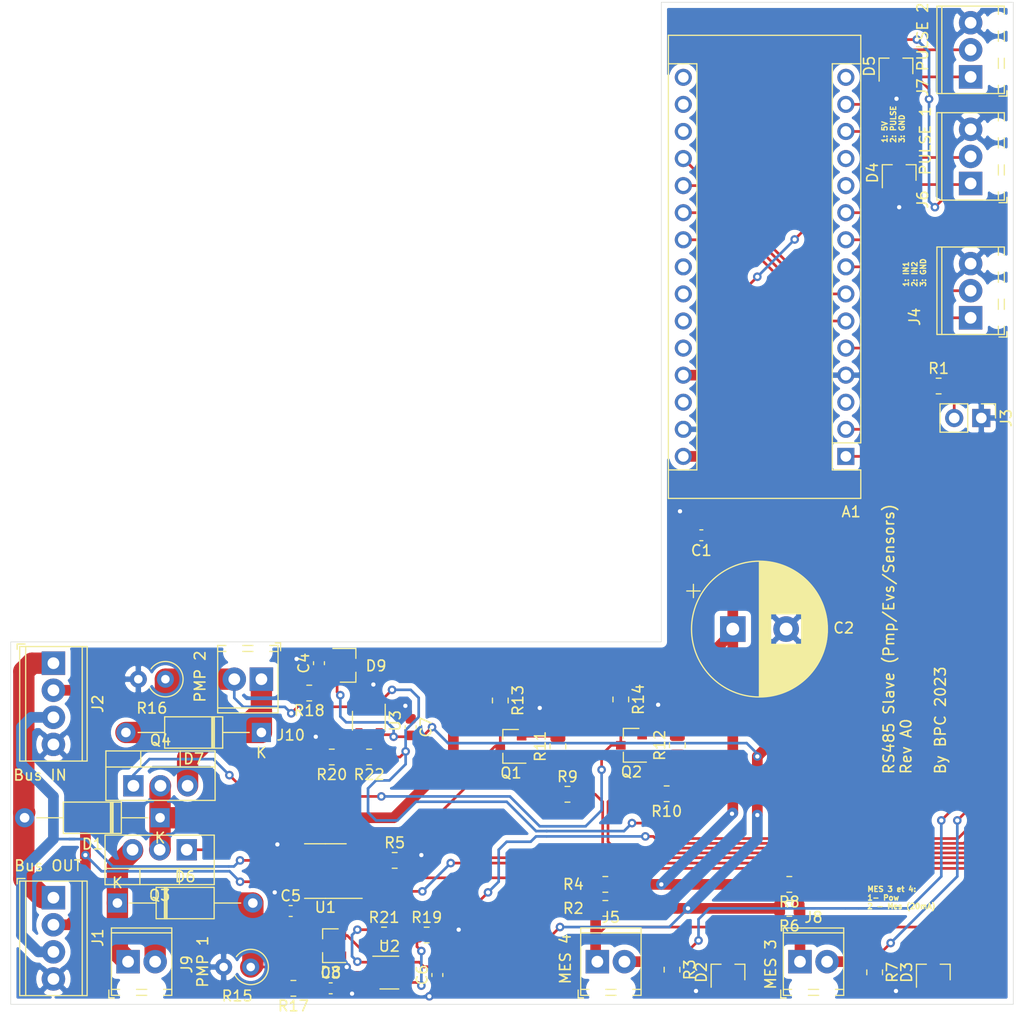
<source format=kicad_pcb>
(kicad_pcb (version 20171130) (host pcbnew "(5.1.9)-1")
  (title_block (title "Carte Générique Jarduino Esclave RS485") (date 26/02/2023) (rev A0) (company BPC) (comment 1 "En CMS + Module Nano"))
  (layers (0 F.Cu signal) (31 B.Cu signal) (34 B.Paste user) (35 F.Paste user) (36 B.SilkS user) (37 F.SilkS user) (38 B.Mask user) (39 F.Mask user) (44 Edge.Cuts user))
  (net 0 "")
  (net 1 "Net-(A1-Pad16)")
  (net 2 "Net-(A1-Pad15)")
  (net 3 POW_MOS)
  (net 4 IN_PULSE_2)
  (net 5 IN_PULSE_1)
  (net 6 "Net-(A1-Pad28)")
  (net 7 "Net-(A1-Pad12)")
  (net 8 "Net-(A1-Pad11)")
  (net 9 "Net-(A1-Pad26)")
  (net 10 IN_2)
  (net 11 "Net-(A1-Pad25)")
  (net 12 IN_1)
  (net 13 "Net-(A1-Pad24)")
  (net 14 "Net-(A1-Pad8)")
  (net 15 "Net-(A1-Pad23)")
  (net 16 CMD_P2)
  (net 17 MESI_4)
  (net 18 CMD_P1)
  (net 19 MESI_3)
  (net 20 TXEN)
  (net 21 MESI_2)
  (net 22 MESI_1)
  (net 23 "Net-(A1-Pad3)")
  (net 24 "Net-(A1-Pad18)")
  (net 25 RX)
  (net 26 "Net-(A1-Pad17)")
  (net 27 TX)
  (net 28 "Net-(C3-Pad1)")
  (net 29 "Net-(C4-Pad1)")
  (net 30 "Net-(D1-Pad2)")
  (net 31 "Net-(D6-Pad2)")
  (net 32 "Net-(D6-Pad1)")
  (net 33 "Net-(D7-Pad2)")
  (net 34 "Net-(D7-Pad1)")
  (net 35 "Net-(J1-Pad3)")
  (net 36 "Net-(J1-Pad2)")
  (net 37 "Net-(J3-Pad2)")
  (net 38 "Net-(Q1-Pad3)")
  (net 39 "Net-(Q1-Pad1)")
  (net 40 "Net-(Q2-Pad3)")
  (net 41 "Net-(Q2-Pad1)")
  (net 42 "Net-(R19-Pad1)")
  (net 43 "Net-(R20-Pad1)")
  (net 44 GND)
  (net 45 Vcc)
  (net 46 "Net-(D2-Pad2)")
  (net 47 "Net-(D3-Pad2)")
  (module Capacitor_SMD:C_0603_1608Metric (layer F.Cu) (at 117.5 114 270)
    (fp_text reference C7 (at 0 -1.43 90) (layer F.SilkS))
    (fp_text value 100nF)
    (pad 2 smd roundrect (at 0.775 0 270) (size 0.9 0.95) (layers F.Cu F.Paste F.Mask) (net 45 Vcc))
    (pad 1 smd roundrect (at -0.775 0 270) (size 0.9 0.95) (layers F.Cu F.Paste F.Mask) (net 44 GND))
  )
  (module Capacitor_SMD:C_0603_1608Metric (layer F.Cu) (at 120 137.25 90)
    (fp_text reference C6 (at 0 -1.43 90) (layer F.SilkS))
    (fp_text value 100nF)
    (pad 2 smd roundrect (at 0.775 0 90) (size 0.9 0.95) (layers F.Cu F.Paste F.Mask) (net 45 Vcc))
    (pad 1 smd roundrect (at -0.775 0 90) (size 0.9 0.95) (layers F.Cu F.Paste F.Mask) (net 44 GND))
  )
  (module Capacitor_SMD:C_0603_1608Metric (layer F.Cu) (at 106.25 131.25)
    (fp_text reference C5 (at 0 -1.43) (layer F.SilkS))
    (fp_text value 100nF)
    (pad 2 smd roundrect (at 0.775 0) (size 0.9 0.95) (layers F.Cu F.Paste F.Mask) (net 45 Vcc))
    (pad 1 smd roundrect (at -0.775 0) (size 0.9 0.95) (layers F.Cu F.Paste F.Mask) (net 44 GND))
  )
  (module Capacitor_SMD:C_0603_1608Metric (layer F.Cu) (at 144.75 96 180)
    (fp_text reference C1 (at 0 -1.43) (layer F.SilkS))
    (fp_text value 10nF)
    (pad 2 smd roundrect (at 0.775 0 180) (size 0.9 0.95) (layers F.Cu F.Paste F.Mask) (net 44 GND))
    (pad 1 smd roundrect (at -0.775 0 180) (size 0.9 0.95) (layers F.Cu F.Paste F.Mask) (net 3 POW_MOS))
  )
  (module bpc:BPC_Arduino_Nano (layer F.Cu) (at 158.3 88.6 180)
    (fp_text reference A1 (at -0.5 -5.2) (layer F.SilkS))
    (fp_text value Arduino_Nano_v2.x)
    (pad 16 thru_hole oval (at 15.24 35.56 180) (size 1.6 1.6) (drill 1) (layers *.Cu *.Mask) (net 1 "Net-(A1-Pad16)"))
    (pad 15 thru_hole oval (at 0 35.56 180) (size 1.6 1.6) (drill 1) (layers *.Cu *.Mask) (net 2 "Net-(A1-Pad15)"))
    (pad 30 thru_hole oval (at 15.24 0 180) (size 1.6 1.6) (drill 1) (layers *.Cu *.Mask) (net 3 POW_MOS))
    (pad 14 thru_hole oval (at 0 33.02 180) (size 1.6 1.6) (drill 1) (layers *.Cu *.Mask) (net 4 IN_PULSE_2))
    (pad 29 thru_hole oval (at 15.24 2.54 180) (size 1.6 1.6) (drill 1) (layers *.Cu *.Mask) (net 44 GND))
    (pad 13 thru_hole oval (at 0 30.48 180) (size 1.6 1.6) (drill 1) (layers *.Cu *.Mask) (net 5 IN_PULSE_1))
    (pad 28 thru_hole oval (at 15.24 5.08 180) (size 1.6 1.6) (drill 1) (layers *.Cu *.Mask) (net 6 "Net-(A1-Pad28)"))
    (pad 12 thru_hole oval (at 0 27.94 180) (size 1.6 1.6) (drill 1) (layers *.Cu *.Mask) (net 7 "Net-(A1-Pad12)"))
    (pad 27 thru_hole oval (at 15.24 7.62 180) (size 1.6 1.6) (drill 1) (layers *.Cu *.Mask) (net 45 Vcc))
    (pad 11 thru_hole oval (at 0 25.4 180) (size 1.6 1.6) (drill 1) (layers *.Cu *.Mask) (net 8 "Net-(A1-Pad11)"))
    (pad 26 thru_hole oval (at 15.24 10.16 180) (size 1.6 1.6) (drill 1) (layers *.Cu *.Mask) (net 9 "Net-(A1-Pad26)"))
    (pad 10 thru_hole oval (at 0 22.86 180) (size 1.6 1.6) (drill 1) (layers *.Cu *.Mask) (net 10 IN_2))
    (pad 25 thru_hole oval (at 15.24 12.7 180) (size 1.6 1.6) (drill 1) (layers *.Cu *.Mask) (net 11 "Net-(A1-Pad25)"))
    (pad 9 thru_hole oval (at 0 20.32 180) (size 1.6 1.6) (drill 1) (layers *.Cu *.Mask) (net 12 IN_1))
    (pad 24 thru_hole oval (at 15.24 15.24 180) (size 1.6 1.6) (drill 1) (layers *.Cu *.Mask) (net 13 "Net-(A1-Pad24)"))
    (pad 8 thru_hole oval (at 0 17.78 180) (size 1.6 1.6) (drill 1) (layers *.Cu *.Mask) (net 14 "Net-(A1-Pad8)"))
    (pad 23 thru_hole oval (at 15.24 17.78 180) (size 1.6 1.6) (drill 1) (layers *.Cu *.Mask) (net 15 "Net-(A1-Pad23)"))
    (pad 7 thru_hole oval (at 0 15.24 180) (size 1.6 1.6) (drill 1) (layers *.Cu *.Mask) (net 16 CMD_P2))
    (pad 22 thru_hole oval (at 15.24 20.32 180) (size 1.6 1.6) (drill 1) (layers *.Cu *.Mask) (net 17 MESI_4))
    (pad 6 thru_hole oval (at 0 12.7 180) (size 1.6 1.6) (drill 1) (layers *.Cu *.Mask) (net 18 CMD_P1))
    (pad 21 thru_hole oval (at 15.24 22.86 180) (size 1.6 1.6) (drill 1) (layers *.Cu *.Mask) (net 19 MESI_3))
    (pad 5 thru_hole oval (at 0 10.16 180) (size 1.6 1.6) (drill 1) (layers *.Cu *.Mask) (net 20 TXEN))
    (pad 20 thru_hole oval (at 15.24 25.4 180) (size 1.6 1.6) (drill 1) (layers *.Cu *.Mask) (net 21 MESI_2))
    (pad 4 thru_hole oval (at 0 7.62 180) (size 1.6 1.6) (drill 1) (layers *.Cu *.Mask) (net 44 GND))
    (pad 19 thru_hole oval (at 15.24 27.94 180) (size 1.6 1.6) (drill 1) (layers *.Cu *.Mask) (net 22 MESI_1))
    (pad 3 thru_hole oval (at 0 5.08 180) (size 1.6 1.6) (drill 1) (layers *.Cu *.Mask) (net 23 "Net-(A1-Pad3)"))
    (pad 18 thru_hole oval (at 15.24 30.48 180) (size 1.6 1.6) (drill 1) (layers *.Cu *.Mask) (net 24 "Net-(A1-Pad18)"))
    (pad 2 thru_hole oval (at 0 2.54 180) (size 1.6 1.6) (drill 1) (layers *.Cu *.Mask) (net 25 RX))
    (pad 17 thru_hole oval (at 15.24 33.02 180) (size 1.6 1.6) (drill 1) (layers *.Cu *.Mask) (net 26 "Net-(A1-Pad17)"))
    (pad 1 thru_hole rect (at 0 0 180) (size 1.6 1.6) (drill 1) (layers *.Cu *.Mask) (net 27 TX))
  )
  (module TerminalBlock_Phoenix:TerminalBlock_Phoenix_MPT-0,5-2-2.54_1x02_P2.54mm_Horizontal (layer F.Cu) (at 135 136)
    (fp_text reference J5 (at 1.27 -4.16) (layer F.SilkS))
    (fp_text value Conn_01x02)
    (pad "" np_thru_hole circle (at 2.54 2.54) (size 1.1 1.1) (drill 1.1) (layers *.Cu *.Mask))
    (pad 2 thru_hole circle (at 2.54 0) (size 2.2 2.2) (drill 1.1) (layers *.Cu *.Mask) (net 17 MESI_4))
    (pad "" np_thru_hole circle (at 0 2.54) (size 1.1 1.1) (drill 1.1) (layers *.Cu *.Mask))
    (pad 1 thru_hole rect (at 0 0) (size 2.2 2.2) (drill 1.1) (layers *.Cu *.Mask) (net 46 "Net-(D2-Pad2)"))
  )
  (module Resistor_THT:R_Axial_DIN0309_L9.0mm_D3.2mm_P2.54mm_Vertical (layer F.Cu) (at 94.5 109.5 180)
    (fp_text reference R16 (at 1.27 -2.72) (layer F.SilkS))
    (fp_text value 30m)
    (pad 2 thru_hole oval (at 2.54 0 180) (size 1.6 1.6) (drill 0.8) (layers *.Cu *.Mask) (net 44 GND))
    (pad 1 thru_hole circle (at 0 0 180) (size 1.6 1.6) (drill 0.8) (layers *.Cu *.Mask) (net 33 "Net-(D7-Pad2)"))
  )
  (module Resistor_THT:R_Axial_DIN0309_L9.0mm_D3.2mm_P2.54mm_Vertical (layer F.Cu) (at 102.5 136.5 180)
    (fp_text reference R15 (at 1.27 -2.72) (layer F.SilkS))
    (fp_text value 30m)
    (pad 2 thru_hole oval (at 2.54 0 180) (size 1.6 1.6) (drill 0.8) (layers *.Cu *.Mask) (net 44 GND))
    (pad 1 thru_hole circle (at 0 0 180) (size 1.6 1.6) (drill 0.8) (layers *.Cu *.Mask) (net 31 "Net-(D6-Pad2)"))
  )
  (module TerminalBlock_Phoenix:TerminalBlock_Phoenix_MPT-0,5-2-2.54_1x02_P2.54mm_Horizontal (layer F.Cu) (at 103.5 109.5 180)
    (fp_text reference J10 (at -2.75 -5.25) (layer F.SilkS))
    (fp_text value Conn_01x02)
    (pad "" np_thru_hole circle (at 2.54 2.54 180) (size 1.1 1.1) (drill 1.1) (layers *.Cu *.Mask))
    (pad 2 thru_hole circle (at 2.54 0 180) (size 2.2 2.2) (drill 1.1) (layers *.Cu *.Mask) (net 33 "Net-(D7-Pad2)"))
    (pad "" np_thru_hole circle (at 0 2.54 180) (size 1.1 1.1) (drill 1.1) (layers *.Cu *.Mask))
    (pad 1 thru_hole rect (at 0 0 180) (size 2.2 2.2) (drill 1.1) (layers *.Cu *.Mask) (net 34 "Net-(D7-Pad1)"))
  )
  (module TerminalBlock_Phoenix:TerminalBlock_Phoenix_MPT-0,5-2-2.54_1x02_P2.54mm_Horizontal (layer F.Cu) (at 91 136)
    (fp_text reference J9 (at 5.5 0.25 90) (layer F.SilkS))
    (fp_text value Conn_01x02)
    (pad "" np_thru_hole circle (at 2.54 2.54) (size 1.1 1.1) (drill 1.1) (layers *.Cu *.Mask))
    (pad 2 thru_hole circle (at 2.54 0) (size 2.2 2.2) (drill 1.1) (layers *.Cu *.Mask) (net 31 "Net-(D6-Pad2)"))
    (pad "" np_thru_hole circle (at 0 2.54) (size 1.1 1.1) (drill 1.1) (layers *.Cu *.Mask))
    (pad 1 thru_hole rect (at 0 0) (size 2.2 2.2) (drill 1.1) (layers *.Cu *.Mask) (net 32 "Net-(D6-Pad1)"))
  )
  (module TerminalBlock_Phoenix:TerminalBlock_Phoenix_MPT-0,5-4-2.54_1x04_P2.54mm_Horizontal (layer F.Cu) (at 84 108 270)
    (fp_text reference J2 (at 3.81 -4.16 90) (layer F.SilkS))
    (fp_text value "NETWORK OUT")
    (pad 4 thru_hole circle (at 7.62 0 270) (size 2.2 2.2) (drill 1.1) (layers *.Cu *.Mask) (net 44 GND))
    (pad 3 thru_hole circle (at 5.08 0 270) (size 2.2 2.2) (drill 1.1) (layers *.Cu *.Mask) (net 35 "Net-(J1-Pad3)"))
    (pad 2 thru_hole circle (at 2.54 0 270) (size 2.2 2.2) (drill 1.1) (layers *.Cu *.Mask) (net 36 "Net-(J1-Pad2)"))
    (pad 1 thru_hole rect (at 0 0 270) (size 2.2 2.2) (drill 1.1) (layers *.Cu *.Mask) (net 30 "Net-(D1-Pad2)"))
  )
  (module TerminalBlock_Phoenix:TerminalBlock_Phoenix_MPT-0,5-4-2.54_1x04_P2.54mm_Horizontal (layer F.Cu) (at 84 130 270)
    (fp_text reference J1 (at 3.75 -4.16 90) (layer F.SilkS))
    (fp_text value "NETWORK IN")
    (pad 4 thru_hole circle (at 7.62 0 270) (size 2.2 2.2) (drill 1.1) (layers *.Cu *.Mask) (net 44 GND))
    (pad 3 thru_hole circle (at 5.08 0 270) (size 2.2 2.2) (drill 1.1) (layers *.Cu *.Mask) (net 35 "Net-(J1-Pad3)"))
    (pad 2 thru_hole circle (at 2.54 0 270) (size 2.2 2.2) (drill 1.1) (layers *.Cu *.Mask) (net 36 "Net-(J1-Pad2)"))
    (pad 1 thru_hole rect (at 0 0 270) (size 2.2 2.2) (drill 1.1) (layers *.Cu *.Mask) (net 30 "Net-(D1-Pad2)"))
  )
  (module Package_SO:SOIC-8_3.9x4.9mm_P1.27mm (layer F.Cu) (at 109.5 127.5 180)
    (fp_text reference U1 (at 0 -3.4) (layer F.SilkS))
    (fp_text value LT1785AxN8)
    (pad 8 smd roundrect (at 2.475 -1.905 180) (size 1.95 0.6) (layers F.Cu F.Paste F.Mask) (net 45 Vcc))
    (pad 7 smd roundrect (at 2.475 -0.635 180) (size 1.95 0.6) (layers F.Cu F.Paste F.Mask) (net 36 "Net-(J1-Pad2)"))
    (pad 6 smd roundrect (at 2.475 0.635 180) (size 1.95 0.6) (layers F.Cu F.Paste F.Mask) (net 35 "Net-(J1-Pad3)"))
    (pad 5 smd roundrect (at 2.475 1.905 180) (size 1.95 0.6) (layers F.Cu F.Paste F.Mask) (net 44 GND))
    (pad 4 smd roundrect (at -2.475 1.905 180) (size 1.95 0.6) (layers F.Cu F.Paste F.Mask) (net 27 TX))
    (pad 3 smd roundrect (at -2.475 0.635 180) (size 1.95 0.6) (layers F.Cu F.Paste F.Mask) (net 20 TXEN))
    (pad 2 smd roundrect (at -2.475 -0.635 180) (size 1.95 0.6) (layers F.Cu F.Paste F.Mask) (net 20 TXEN))
    (pad 1 smd roundrect (at -2.475 -1.905 180) (size 1.95 0.6) (layers F.Cu F.Paste F.Mask) (net 25 RX))
  )
  (module Package_TO_SOT_SMD:TSOT-23-5 (layer F.Cu) (at 113.6 113.4 270)
    (fp_text reference U3 (at 0 -2.45 90) (layer F.SilkS))
    (fp_text value AD8603)
    (pad 5 smd rect (at 1.31 -0.95 270) (size 1.22 0.65) (layers F.Cu F.Paste F.Mask) (net 45 Vcc))
    (pad 4 smd rect (at 1.31 0.95 270) (size 1.22 0.65) (layers F.Cu F.Paste F.Mask) (net 43 "Net-(R20-Pad1)"))
    (pad 3 smd rect (at -1.31 0.95 270) (size 1.22 0.65) (layers F.Cu F.Paste F.Mask) (net 29 "Net-(C4-Pad1)"))
    (pad 2 smd rect (at -1.31 0 270) (size 1.22 0.65) (layers F.Cu F.Paste F.Mask) (net 44 GND))
    (pad 1 smd rect (at -1.31 -0.95 270) (size 1.22 0.65) (layers F.Cu F.Paste F.Mask) (net 21 MESI_2))
  )
  (module Package_TO_SOT_SMD:TSOT-23-5 (layer F.Cu) (at 115.5 137)
    (fp_text reference U2 (at 0 -2.45) (layer F.SilkS))
    (fp_text value AD8603)
    (pad 5 smd rect (at 1.31 -0.95) (size 1.22 0.65) (layers F.Cu F.Paste F.Mask) (net 45 Vcc))
    (pad 4 smd rect (at 1.31 0.95) (size 1.22 0.65) (layers F.Cu F.Paste F.Mask) (net 42 "Net-(R19-Pad1)"))
    (pad 3 smd rect (at -1.31 0.95) (size 1.22 0.65) (layers F.Cu F.Paste F.Mask) (net 28 "Net-(C3-Pad1)"))
    (pad 2 smd rect (at -1.31 0) (size 1.22 0.65) (layers F.Cu F.Paste F.Mask) (net 44 GND))
    (pad 1 smd rect (at -1.31 -0.95) (size 1.22 0.65) (layers F.Cu F.Paste F.Mask) (net 22 MESI_1))
  )
  (module Resistor_SMD:R_0805_2012Metric (layer F.Cu) (at 113.6 116.8 180)
    (fp_text reference R22 (at 0 -1.65) (layer F.SilkS))
    (fp_text value R)
    (pad 2 smd roundrect (at 0.9125 0 180) (size 1.025 1.4) (layers F.Cu F.Paste F.Mask) (roundrect_rratio 0.243902) (net 43 "Net-(R20-Pad1)"))
    (pad 1 smd roundrect (at -0.9125 0 180) (size 1.025 1.4) (layers F.Cu F.Paste F.Mask) (roundrect_rratio 0.243902) (net 21 MESI_2))
  )
  (module Resistor_SMD:R_0805_2012Metric (layer F.Cu) (at 115 133.5)
    (fp_text reference R21 (at 0 -1.65) (layer F.SilkS))
    (fp_text value R)
    (pad 2 smd roundrect (at 0.9125 0) (size 1.025 1.4) (layers F.Cu F.Paste F.Mask) (roundrect_rratio 0.243902) (net 42 "Net-(R19-Pad1)"))
    (pad 1 smd roundrect (at -0.9125 0) (size 1.025 1.4) (layers F.Cu F.Paste F.Mask) (roundrect_rratio 0.243902) (net 22 MESI_1))
  )
  (module Resistor_SMD:R_0805_2012Metric (layer F.Cu) (at 110.1 116.8 180)
    (fp_text reference R20 (at 0 -1.65) (layer F.SilkS))
    (fp_text value R)
    (pad 2 smd roundrect (at 0.9125 0 180) (size 1.025 1.4) (layers F.Cu F.Paste F.Mask) (roundrect_rratio 0.243902) (net 44 GND))
    (pad 1 smd roundrect (at -0.9125 0 180) (size 1.025 1.4) (layers F.Cu F.Paste F.Mask) (roundrect_rratio 0.243902) (net 43 "Net-(R20-Pad1)"))
  )
  (module Resistor_SMD:R_0805_2012Metric (layer F.Cu) (at 119 133.5)
    (fp_text reference R19 (at 0 -1.65) (layer F.SilkS))
    (fp_text value R)
    (pad 2 smd roundrect (at 0.9125 0) (size 1.025 1.4) (layers F.Cu F.Paste F.Mask) (roundrect_rratio 0.243902) (net 44 GND))
    (pad 1 smd roundrect (at -0.9125 0) (size 1.025 1.4) (layers F.Cu F.Paste F.Mask) (roundrect_rratio 0.243902) (net 42 "Net-(R19-Pad1)"))
  )
  (module Resistor_SMD:R_0805_2012Metric (layer F.Cu) (at 107.9875 110.8 180)
    (fp_text reference R18 (at 0 -1.65) (layer F.SilkS))
    (fp_text value R)
    (pad 2 smd roundrect (at 0.9125 0 180) (size 1.025 1.4) (layers F.Cu F.Paste F.Mask) (roundrect_rratio 0.243902) (net 33 "Net-(D7-Pad2)"))
    (pad 1 smd roundrect (at -0.9125 0 180) (size 1.025 1.4) (layers F.Cu F.Paste F.Mask) (roundrect_rratio 0.243902) (net 29 "Net-(C4-Pad1)"))
  )
  (module Resistor_SMD:R_0805_2012Metric (layer F.Cu) (at 106.5 138.5 180)
    (fp_text reference R17 (at 0 -1.65) (layer F.SilkS))
    (fp_text value R)
    (pad 2 smd roundrect (at 0.9125 0 180) (size 1.025 1.4) (layers F.Cu F.Paste F.Mask) (roundrect_rratio 0.243902) (net 31 "Net-(D6-Pad2)"))
    (pad 1 smd roundrect (at -0.9125 0 180) (size 1.025 1.4) (layers F.Cu F.Paste F.Mask) (roundrect_rratio 0.243902) (net 28 "Net-(C3-Pad1)"))
  )
  (module Resistor_SMD:R_0805_2012Metric (layer F.Cu) (at 137.2 111.4 270)
    (fp_text reference R14 (at 0 -1.65 90) (layer F.SilkS))
    (fp_text value 100k)
    (pad 2 smd roundrect (at 0.9125 0 270) (size 1.025 1.4) (layers F.Cu F.Paste F.Mask) (roundrect_rratio 0.243902) (net 40 "Net-(Q2-Pad3)"))
    (pad 1 smd roundrect (at -0.9125 0 270) (size 1.025 1.4) (layers F.Cu F.Paste F.Mask) (roundrect_rratio 0.243902) (net 3 POW_MOS))
  )
  (module Resistor_SMD:R_0805_2012Metric (layer F.Cu) (at 125.9 111.5 270)
    (fp_text reference R13 (at 0 -1.65 90) (layer F.SilkS))
    (fp_text value 100k)
    (pad 2 smd roundrect (at 0.9125 0 270) (size 1.025 1.4) (layers F.Cu F.Paste F.Mask) (roundrect_rratio 0.243902) (net 38 "Net-(Q1-Pad3)"))
    (pad 1 smd roundrect (at -0.9125 0 270) (size 1.025 1.4) (layers F.Cu F.Paste F.Mask) (roundrect_rratio 0.243902) (net 3 POW_MOS))
  )
  (module Resistor_SMD:R_0805_2012Metric (layer F.Cu) (at 142.5 115.7 90)
    (fp_text reference R12 (at 0 -1.65 90) (layer F.SilkS))
    (fp_text value 100k)
    (pad 2 smd roundrect (at 0.9125 0 90) (size 1.025 1.4) (layers F.Cu F.Paste F.Mask) (roundrect_rratio 0.243902) (net 44 GND))
    (pad 1 smd roundrect (at -0.9125 0 90) (size 1.025 1.4) (layers F.Cu F.Paste F.Mask) (roundrect_rratio 0.243902) (net 41 "Net-(Q2-Pad1)"))
  )
  (module Resistor_SMD:R_0805_2012Metric (layer F.Cu) (at 131.3 115.8 90)
    (fp_text reference R11 (at 0 -1.65 90) (layer F.SilkS))
    (fp_text value 100k)
    (pad 2 smd roundrect (at 0.9125 0 90) (size 1.025 1.4) (layers F.Cu F.Paste F.Mask) (roundrect_rratio 0.243902) (net 44 GND))
    (pad 1 smd roundrect (at -0.9125 0 90) (size 1.025 1.4) (layers F.Cu F.Paste F.Mask) (roundrect_rratio 0.243902) (net 39 "Net-(Q1-Pad1)"))
  )
  (module Resistor_SMD:R_0805_2012Metric (layer F.Cu) (at 141.5 120.25 180)
    (fp_text reference R10 (at 0 -1.65) (layer F.SilkS))
    (fp_text value 50)
    (pad 2 smd roundrect (at 0.9125 0 180) (size 1.025 1.4) (layers F.Cu F.Paste F.Mask) (roundrect_rratio 0.243902) (net 16 CMD_P2))
    (pad 1 smd roundrect (at -0.9125 0 180) (size 1.025 1.4) (layers F.Cu F.Paste F.Mask) (roundrect_rratio 0.243902) (net 41 "Net-(Q2-Pad1)"))
  )
  (module Resistor_SMD:R_0805_2012Metric (layer F.Cu) (at 132.2 120.3)
    (fp_text reference R9 (at 0 -1.65) (layer F.SilkS))
    (fp_text value 50)
    (pad 2 smd roundrect (at 0.9125 0) (size 1.025 1.4) (layers F.Cu F.Paste F.Mask) (roundrect_rratio 0.243902) (net 18 CMD_P1))
    (pad 1 smd roundrect (at -0.9125 0) (size 1.025 1.4) (layers F.Cu F.Paste F.Mask) (roundrect_rratio 0.243902) (net 39 "Net-(Q1-Pad1)"))
  )
  (module Resistor_SMD:R_0805_2012Metric (layer F.Cu) (at 153 128.75 180)
    (fp_text reference R8 (at 0 -1.65) (layer F.SilkS))
    (fp_text value 0)
    (pad 2 smd roundrect (at 0.9125 0 180) (size 1.025 1.4) (layers F.Cu F.Paste F.Mask) (roundrect_rratio 0.243902) (net 3 POW_MOS))
    (pad 1 smd roundrect (at -0.9125 0 180) (size 1.025 1.4) (layers F.Cu F.Paste F.Mask) (roundrect_rratio 0.243902) (net 47 "Net-(D3-Pad2)"))
  )
  (module Resistor_SMD:R_0805_2012Metric (layer F.Cu) (at 161 137 270)
    (fp_text reference R7 (at 0 -1.65 90) (layer F.SilkS))
    (fp_text value 250)
    (pad 2 smd roundrect (at 0.9125 0 270) (size 1.025 1.4) (layers F.Cu F.Paste F.Mask) (roundrect_rratio 0.243902) (net 44 GND))
    (pad 1 smd roundrect (at -0.9125 0 270) (size 1.025 1.4) (layers F.Cu F.Paste F.Mask) (roundrect_rratio 0.243902) (net 19 MESI_3))
  )
  (module Resistor_SMD:R_0805_2012Metric (layer F.Cu) (at 153 131 180)
    (fp_text reference R6 (at 0 -1.65) (layer F.SilkS))
    (fp_text value 0)
    (pad 2 smd roundrect (at 0.9125 0 180) (size 1.025 1.4) (layers F.Cu F.Paste F.Mask) (roundrect_rratio 0.243902) (net 45 Vcc))
    (pad 1 smd roundrect (at -0.9125 0 180) (size 1.025 1.4) (layers F.Cu F.Paste F.Mask) (roundrect_rratio 0.243902) (net 47 "Net-(D3-Pad2)"))
  )
  (module Resistor_SMD:R_0805_2012Metric (layer F.Cu) (at 116 126.5)
    (fp_text reference R5 (at 0 -1.65) (layer F.SilkS))
    (fp_text value 100k)
    (pad 2 smd roundrect (at 0.9125 0) (size 1.025 1.4) (layers F.Cu F.Paste F.Mask) (roundrect_rratio 0.243902) (net 44 GND))
    (pad 1 smd roundrect (at -0.9125 0) (size 1.025 1.4) (layers F.Cu F.Paste F.Mask) (roundrect_rratio 0.243902) (net 20 TXEN))
  )
  (module Resistor_SMD:R_0805_2012Metric (layer F.Cu) (at 135.75 128.75)
    (fp_text reference R4 (at -3 0) (layer F.SilkS))
    (fp_text value 0)
    (pad 2 smd roundrect (at 0.9125 0) (size 1.025 1.4) (layers F.Cu F.Paste F.Mask) (roundrect_rratio 0.243902) (net 3 POW_MOS))
    (pad 1 smd roundrect (at -0.9125 0) (size 1.025 1.4) (layers F.Cu F.Paste F.Mask) (roundrect_rratio 0.243902) (net 46 "Net-(D2-Pad2)"))
  )
  (module Resistor_SMD:R_0805_2012Metric (layer F.Cu) (at 142 136.75 270)
    (fp_text reference R3 (at 0 -1.65 90) (layer F.SilkS))
    (fp_text value 250)
    (pad 2 smd roundrect (at 0.9125 0 270) (size 1.025 1.4) (layers F.Cu F.Paste F.Mask) (roundrect_rratio 0.243902) (net 44 GND))
    (pad 1 smd roundrect (at -0.9125 0 270) (size 1.025 1.4) (layers F.Cu F.Paste F.Mask) (roundrect_rratio 0.243902) (net 17 MESI_4))
  )
  (module Resistor_SMD:R_0805_2012Metric (layer F.Cu) (at 135.75 131)
    (fp_text reference R2 (at -3 0) (layer F.SilkS))
    (fp_text value 0)
    (pad 2 smd roundrect (at 0.9125 0) (size 1.025 1.4) (layers F.Cu F.Paste F.Mask) (roundrect_rratio 0.243902) (net 45 Vcc))
    (pad 1 smd roundrect (at -0.9125 0) (size 1.025 1.4) (layers F.Cu F.Paste F.Mask) (roundrect_rratio 0.243902) (net 46 "Net-(D2-Pad2)"))
  )
  (module Resistor_SMD:R_0805_2012Metric (layer F.Cu) (at 167 82)
    (fp_text reference R1 (at 0 -1.65) (layer F.SilkS))
    (fp_text value 150)
    (pad 2 smd roundrect (at 0.9125 0) (size 1.025 1.4) (layers F.Cu F.Paste F.Mask) (roundrect_rratio 0.243902) (net 37 "Net-(J3-Pad2)"))
    (pad 1 smd roundrect (at -0.9125 0) (size 1.025 1.4) (layers F.Cu F.Paste F.Mask) (roundrect_rratio 0.243902) (net 14 "Net-(A1-Pad8)"))
  )
  (module Package_TO_SOT_THT:TO-220-3_Vertical (layer F.Cu) (at 91.5 119.5)
    (fp_text reference Q4 (at 2.54 -4.27) (layer F.SilkS))
    (fp_text value bpc_mos_p03p4)
    (pad 3 thru_hole oval (at 5.08 0) (size 1.905 2) (drill 1.1) (layers *.Cu *.Mask) (net 34 "Net-(D7-Pad1)"))
    (pad 2 thru_hole oval (at 2.54 0) (size 1.905 2) (drill 1.1) (layers *.Cu *.Mask) (net 3 POW_MOS))
    (pad 1 thru_hole rect (at 0 0) (size 1.905 2) (drill 1.1) (layers *.Cu *.Mask) (net 40 "Net-(Q2-Pad3)"))
  )
  (module Package_TO_SOT_THT:TO-220-3_Vertical (layer F.Cu) (at 96.5 125.5 180)
    (fp_text reference Q3 (at 2.54 -4.27) (layer F.SilkS))
    (fp_text value bpc_mos_p03p4)
    (pad 3 thru_hole oval (at 5.08 0 180) (size 1.905 2) (drill 1.1) (layers *.Cu *.Mask) (net 32 "Net-(D6-Pad1)"))
    (pad 2 thru_hole oval (at 2.54 0 180) (size 1.905 2) (drill 1.1) (layers *.Cu *.Mask) (net 3 POW_MOS))
    (pad 1 thru_hole rect (at 0 0 180) (size 1.905 2) (drill 1.1) (layers *.Cu *.Mask) (net 38 "Net-(Q1-Pad3)"))
  )
  (module Package_TO_SOT_SMD:SOT-23 (layer F.Cu) (at 138.2 115.7 180)
    (fp_text reference Q2 (at 0 -2.5) (layer F.SilkS))
    (fp_text value MMBT5550L)
    (pad 3 smd rect (at 1 0 180) (size 0.9 0.8) (layers F.Cu F.Paste F.Mask) (net 40 "Net-(Q2-Pad3)"))
    (pad 2 smd rect (at -1 0.95 180) (size 0.9 0.8) (layers F.Cu F.Paste F.Mask) (net 44 GND))
    (pad 1 smd rect (at -1 -0.95 180) (size 0.9 0.8) (layers F.Cu F.Paste F.Mask) (net 41 "Net-(Q2-Pad1)"))
  )
  (module Package_TO_SOT_SMD:SOT-23 (layer F.Cu) (at 126.9 115.8 180)
    (fp_text reference Q1 (at 0 -2.5) (layer F.SilkS))
    (fp_text value MMBT5550L)
    (pad 3 smd rect (at 1 0 180) (size 0.9 0.8) (layers F.Cu F.Paste F.Mask) (net 38 "Net-(Q1-Pad3)"))
    (pad 2 smd rect (at -1 0.95 180) (size 0.9 0.8) (layers F.Cu F.Paste F.Mask) (net 44 GND))
    (pad 1 smd rect (at -1 -0.95 180) (size 0.9 0.8) (layers F.Cu F.Paste F.Mask) (net 39 "Net-(Q1-Pad1)"))
  )
  (module TerminalBlock_Phoenix:TerminalBlock_Phoenix_MPT-0,5-2-2.54_1x02_P2.54mm_Horizontal (layer F.Cu) (at 154 136)
    (fp_text reference J8 (at 1.27 -4.16) (layer F.SilkS))
    (fp_text value Conn_01x02)
    (pad "" np_thru_hole circle (at 2.54 2.54) (size 1.1 1.1) (drill 1.1) (layers *.Cu *.Mask))
    (pad 2 thru_hole circle (at 2.54 0) (size 2.2 2.2) (drill 1.1) (layers *.Cu *.Mask) (net 19 MESI_3))
    (pad "" np_thru_hole circle (at 0 2.54) (size 1.1 1.1) (drill 1.1) (layers *.Cu *.Mask))
    (pad 1 thru_hole rect (at 0 0) (size 2.2 2.2) (drill 1.1) (layers *.Cu *.Mask) (net 47 "Net-(D3-Pad2)"))
  )
  (module TerminalBlock_Phoenix:TerminalBlock_Phoenix_MPT-0,5-3-2.54_1x03_P2.54mm_Horizontal (layer F.Cu) (at 170 53 90)
    (fp_text reference J7 (at -1 -4.5 90) (layer F.SilkS))
    (fp_text value Conn_01x03)
    (pad "" np_thru_hole circle (at 5.08 2.54 90) (size 1.1 1.1) (drill 1.1) (layers *.Cu *.Mask))
    (pad 3 thru_hole circle (at 5.08 0 90) (size 2.2 2.2) (drill 1.1) (layers *.Cu *.Mask) (net 44 GND))
    (pad "" np_thru_hole circle (at 2.54 2.54 90) (size 1.1 1.1) (drill 1.1) (layers *.Cu *.Mask))
    (pad 2 thru_hole circle (at 2.54 0 90) (size 2.2 2.2) (drill 1.1) (layers *.Cu *.Mask) (net 4 IN_PULSE_2))
    (pad "" np_thru_hole circle (at 0 2.54 90) (size 1.1 1.1) (drill 1.1) (layers *.Cu *.Mask))
    (pad 1 thru_hole rect (at 0 0 90) (size 2.2 2.2) (drill 1.1) (layers *.Cu *.Mask) (net 45 Vcc))
  )
  (module TerminalBlock_Phoenix:TerminalBlock_Phoenix_MPT-0,5-3-2.54_1x03_P2.54mm_Horizontal (layer F.Cu) (at 170 63 90)
    (fp_text reference J6 (at -1.5 -4.5 90) (layer F.SilkS))
    (fp_text value Conn_01x03)
    (pad "" np_thru_hole circle (at 5.08 2.54 90) (size 1.1 1.1) (drill 1.1) (layers *.Cu *.Mask))
    (pad 3 thru_hole circle (at 5.08 0 90) (size 2.2 2.2) (drill 1.1) (layers *.Cu *.Mask) (net 44 GND))
    (pad "" np_thru_hole circle (at 2.54 2.54 90) (size 1.1 1.1) (drill 1.1) (layers *.Cu *.Mask))
    (pad 2 thru_hole circle (at 2.54 0 90) (size 2.2 2.2) (drill 1.1) (layers *.Cu *.Mask) (net 5 IN_PULSE_1))
    (pad "" np_thru_hole circle (at 0 2.54 90) (size 1.1 1.1) (drill 1.1) (layers *.Cu *.Mask))
    (pad 1 thru_hole rect (at 0 0 90) (size 2.2 2.2) (drill 1.1) (layers *.Cu *.Mask) (net 45 Vcc))
  )
  (module TerminalBlock_Phoenix:TerminalBlock_Phoenix_MPT-0,5-3-2.54_1x03_P2.54mm_Horizontal (layer F.Cu) (at 170 75.6 90)
    (fp_text reference J4 (at 0.1 -5.25 90) (layer F.SilkS))
    (fp_text value Conn_01x03)
    (pad "" np_thru_hole circle (at 5.08 2.54 90) (size 1.1 1.1) (drill 1.1) (layers *.Cu *.Mask))
    (pad 3 thru_hole circle (at 5.08 0 90) (size 2.2 2.2) (drill 1.1) (layers *.Cu *.Mask) (net 44 GND))
    (pad "" np_thru_hole circle (at 2.54 2.54 90) (size 1.1 1.1) (drill 1.1) (layers *.Cu *.Mask))
    (pad 2 thru_hole circle (at 2.54 0 90) (size 2.2 2.2) (drill 1.1) (layers *.Cu *.Mask) (net 10 IN_2))
    (pad "" np_thru_hole circle (at 0 2.54 90) (size 1.1 1.1) (drill 1.1) (layers *.Cu *.Mask))
    (pad 1 thru_hole rect (at 0 0 90) (size 2.2 2.2) (drill 1.1) (layers *.Cu *.Mask) (net 12 IN_1))
  )
  (module Connector_PinHeader_2.54mm:PinHeader_1x02_P2.54mm_Vertical (layer F.Cu) (at 171 85 270)
    (fp_text reference J3 (at 0 -2.33 90) (layer F.SilkS))
    (fp_text value LED)
    (pad 2 thru_hole oval (at 0 2.54 270) (size 1.7 1.7) (drill 1) (layers *.Cu *.Mask) (net 37 "Net-(J3-Pad2)"))
    (pad 1 thru_hole rect (at 0 0 270) (size 1.7 1.7) (drill 1) (layers *.Cu *.Mask) (net 44 GND))
  )
  (module Package_TO_SOT_SMD:SOT-23 (layer F.Cu) (at 111.6 108.2)
    (fp_text reference D9 (at 2.65 0.05) (layer F.SilkS))
    (fp_text value BAV99)
    (pad 3 smd rect (at 1 0) (size 0.9 0.8) (layers F.Cu F.Paste F.Mask) (net 29 "Net-(C4-Pad1)"))
    (pad 2 smd rect (at -1 0.95) (size 0.9 0.8) (layers F.Cu F.Paste F.Mask) (net 45 Vcc))
    (pad 1 smd rect (at -1 -0.95) (size 0.9 0.8) (layers F.Cu F.Paste F.Mask) (net 44 GND))
  )
  (module Package_TO_SOT_SMD:SOT-23 (layer F.Cu) (at 110 134.5 180)
    (fp_text reference D8 (at 0 -2.5) (layer F.SilkS))
    (fp_text value BAV99)
    (pad 3 smd rect (at 1 0 180) (size 0.9 0.8) (layers F.Cu F.Paste F.Mask) (net 28 "Net-(C3-Pad1)"))
    (pad 2 smd rect (at -1 0.95 180) (size 0.9 0.8) (layers F.Cu F.Paste F.Mask) (net 45 Vcc))
    (pad 1 smd rect (at -1 -0.95 180) (size 0.9 0.8) (layers F.Cu F.Paste F.Mask) (net 44 GND))
  )
  (module Diode_THT:D_A-405_P12.70mm_Horizontal (layer F.Cu) (at 103.5 114.5 180)
    (fp_text reference D7 (at 6.35 -2.47) (layer F.SilkS))
    (fp_text value D)
    (fp_text user K (at 0 -1.9) (layer F.SilkS))
    (pad 2 thru_hole oval (at 12.7 0 180) (size 1.8 1.8) (drill 0.9) (layers *.Cu *.Mask) (net 33 "Net-(D7-Pad2)"))
    (pad 1 thru_hole rect (at 0 0 180) (size 1.8 1.8) (drill 0.9) (layers *.Cu *.Mask) (net 34 "Net-(D7-Pad1)"))
  )
  (module Diode_THT:D_A-405_P12.70mm_Horizontal (layer F.Cu) (at 90 130.5)
    (fp_text reference D6 (at 6.35 -2.47) (layer F.SilkS))
    (fp_text value D)
    (fp_text user K (at 0 -1.9) (layer F.SilkS))
    (pad 2 thru_hole oval (at 12.7 0) (size 1.8 1.8) (drill 0.9) (layers *.Cu *.Mask) (net 31 "Net-(D6-Pad2)"))
    (pad 1 thru_hole rect (at 0 0) (size 1.8 1.8) (drill 0.9) (layers *.Cu *.Mask) (net 32 "Net-(D6-Pad1)"))
  )
  (module Package_TO_SOT_SMD:SOT-23 (layer F.Cu) (at 163 52 90)
    (fp_text reference D5 (at 0 -2.5 90) (layer F.SilkS))
    (fp_text value BAV99)
    (pad 3 smd rect (at 1 0 90) (size 0.9 0.8) (layers F.Cu F.Paste F.Mask) (net 4 IN_PULSE_2))
    (pad 2 smd rect (at -1 0.95 90) (size 0.9 0.8) (layers F.Cu F.Paste F.Mask) (net 45 Vcc))
    (pad 1 smd rect (at -1 -0.95 90) (size 0.9 0.8) (layers F.Cu F.Paste F.Mask) (net 44 GND))
  )
  (module Package_TO_SOT_SMD:SOT-23 (layer F.Cu) (at 163.3 62 90)
    (fp_text reference D4 (at 0 -2.5 90) (layer F.SilkS))
    (fp_text value BAV99)
    (pad 3 smd rect (at 1 0 90) (size 0.9 0.8) (layers F.Cu F.Paste F.Mask) (net 5 IN_PULSE_1))
    (pad 2 smd rect (at -1 0.95 90) (size 0.9 0.8) (layers F.Cu F.Paste F.Mask) (net 45 Vcc))
    (pad 1 smd rect (at -1 -0.95 90) (size 0.9 0.8) (layers F.Cu F.Paste F.Mask) (net 44 GND))
  )
  (module Package_TO_SOT_SMD:SOT-23 (layer F.Cu) (at 166.5 137 90)
    (fp_text reference D3 (at 0 -2.5 90) (layer F.SilkS))
    (fp_text value BAV99)
    (pad 3 smd rect (at 1 0 90) (size 0.9 0.8) (layers F.Cu F.Paste F.Mask) (net 19 MESI_3))
    (pad 2 smd rect (at -1 0.95 90) (size 0.9 0.8) (layers F.Cu F.Paste F.Mask) (net 47 "Net-(D3-Pad2)"))
    (pad 1 smd rect (at -1 -0.95 90) (size 0.9 0.8) (layers F.Cu F.Paste F.Mask) (net 44 GND))
  )
  (module Package_TO_SOT_SMD:SOT-23 (layer F.Cu) (at 147.25 137 90)
    (fp_text reference D2 (at 0 -2.5 90) (layer F.SilkS))
    (fp_text value BAV99)
    (pad 3 smd rect (at 1 0 90) (size 0.9 0.8) (layers F.Cu F.Paste F.Mask) (net 17 MESI_4))
    (pad 2 smd rect (at -1 0.95 90) (size 0.9 0.8) (layers F.Cu F.Paste F.Mask) (net 46 "Net-(D2-Pad2)"))
    (pad 1 smd rect (at -1 -0.95 90) (size 0.9 0.8) (layers F.Cu F.Paste F.Mask) (net 44 GND))
  )
  (module Diode_THT:D_A-405_P12.70mm_Horizontal (layer F.Cu) (at 94 122.5 180)
    (fp_text reference D1 (at 6.35 -2.47) (layer F.SilkS))
    (fp_text value D)
    (fp_text user K (at 0 -1.9) (layer F.SilkS))
    (pad 2 thru_hole oval (at 12.7 0 180) (size 1.8 1.8) (drill 0.9) (layers *.Cu *.Mask) (net 30 "Net-(D1-Pad2)"))
    (pad 1 thru_hole rect (at 0 0 180) (size 1.8 1.8) (drill 0.9) (layers *.Cu *.Mask) (net 3 POW_MOS))
  )
  (module Capacitor_SMD:C_0603_1608Metric (layer F.Cu) (at 108.9 108 90)
    (fp_text reference C4 (at 0 -1.43 90) (layer F.SilkS))
    (fp_text value C)
    (pad 2 smd roundrect (at 0.775 0 90) (size 0.9 0.95) (layers F.Cu F.Paste F.Mask) (net 44 GND))
    (pad 1 smd roundrect (at -0.775 0 90) (size 0.9 0.95) (layers F.Cu F.Paste F.Mask) (net 29 "Net-(C4-Pad1)"))
  )
  (module Capacitor_SMD:C_0603_1608Metric (layer F.Cu) (at 110 138.5)
    (fp_text reference C3 (at 0 -1.43) (layer F.SilkS))
    (fp_text value C)
    (pad 2 smd roundrect (at 0.775 0) (size 0.9 0.95) (layers F.Cu F.Paste F.Mask) (net 44 GND))
    (pad 1 smd roundrect (at -0.775 0) (size 0.9 0.95) (layers F.Cu F.Paste F.Mask) (net 28 "Net-(C3-Pad1)"))
  )
  (module Capacitor_THT:CP_Radial_D12.5mm_P5.00mm (layer F.Cu) (at 147.7 104.8)
    (fp_text reference C2 (at 10.4 -0.1) (layer F.SilkS))
    (fp_text value 20µF)
    (pad 2 thru_hole circle (at 5 0) (size 2.4 2.4) (drill 1.2) (layers *.Cu *.Mask) (net 44 GND))
    (pad 1 thru_hole rect (at 0 0) (size 2.4 2.4) (drill 1.2) (layers *.Cu *.Mask) (net 3 POW_MOS))
  )
  (gr_text "MES 3 et 4:\n1- Pow\n2 - Mes (20mA)" (at 160.25 130) (layer F.SilkS) (effects (font (size 0.5 0.5) (thickness 0.125)) (justify left)))
  (gr_text "1: 5V\n2: PULSE\n3: GND" (at 162.75 59.25 90) (layer F.SilkS) (effects (font (size 0.5 0.5) (thickness 0.125)) (justify left)))
  (gr_text "1: IN1\n2: IN2\n3: GND" (at 164.75 72.75 90) (layer F.SilkS) (effects (font (size 0.5 0.5) (thickness 0.125)) (justify left)))
  (gr_text "PULSE 2" (at 165.5 49.25 90) (layer F.SilkS) (effects (font (size 1 1))))
  (gr_text "PULSE 1" (at 165.75 59 90) (layer F.SilkS) (effects (font (size 1 1))))
  (gr_text "MES 3" (at 151.25 136.25 90) (layer F.SilkS) (effects (font (size 1 1))))
  (gr_text "MES 4" (at 132 135.75 90) (layer F.SilkS) (effects (font (size 1 1))))
  (gr_text "PMP 2" (at 97.75 109.25 90) (layer F.SilkS) (effects (font (size 1 1))))
  (gr_text "PMP 1" (at 98 136 90) (layer F.SilkS) (effects (font (size 1 1))))
  (gr_text "Bus OUT" (at 83.5 127) (layer F.SilkS) (effects (font (size 1 1))))
  (gr_text "Bus IN" (at 82.75 118.5) (layer F.SilkS) (effects (font (size 1 1))))
  (gr_text "RS485 Slave (Pmp/Evs/Sensors)\nRev A0\n\nBy BPC 2023\n" (at 164.75 118.5 90) (layer F.SilkS) (effects (font (size 1 1)) (justify left)))
  (gr_line (start 141 106) (end 141 46) (layer Edge.Cuts) (width 0.05))
  (gr_line (start 80 106) (end 141 106) (layer Edge.Cuts) (width 0.05))
  (gr_line (start 80 140) (end 80 106) (layer Edge.Cuts) (width 0.05))
  (gr_line (start 174 46) (end 141 46) (layer Edge.Cuts) (width 0.05))
  (gr_line (start 174 140) (end 174 46) (layer Edge.Cuts) (width 0.05))
  (gr_line (start 80 140) (end 174 140) (layer Edge.Cuts) (width 0.05))
  (segment (start 94 122.5) (end 98.5 122.5) (width 2) (layer F.Cu) (net 3))
  (segment (start 98.5 122.5) (end 101 122.5) (width 1) (layer F.Cu) (net 3))
  (segment (start 94 125.46) (end 93.96 125.5) (width 2) (layer F.Cu) (net 3))
  (segment (start 94 122.5) (end 94 125.46) (width 2) (layer F.Cu) (net 3))
  (segment (start 94 119.54) (end 94.04 119.5) (width 2) (layer F.Cu) (net 3))
  (segment (start 94 122.5) (end 94 119.54) (width 2) (layer F.Cu) (net 3))
  (segment (start 101 122.5) (end 103.5 122.5) (width 1) (layer F.Cu) (net 3))
  (segment (start 115.9 122.5) (end 121.4 117) (width 1) (layer F.Cu) (net 3))
  (segment (start 103.5 122.5) (end 115.9 122.5) (width 1) (layer F.Cu) (net 3))
  (segment (start 121.4 117) (end 121.5 116.9) (width 1) (layer F.Cu) (net 3))
  (segment (start 121.5 116.9) (end 121.5 110.2) (width 1) (layer F.Cu) (net 3))
  (segment (start 121.5 110.2) (end 123.9 107.8) (width 1) (layer F.Cu) (net 3))
  (segment (start 125.9 109.6) (end 124.1 107.8) (width 0.25) (layer F.Cu) (net 3))
  (segment (start 125.9 110.5875) (end 125.9 109.6) (width 0.25) (layer F.Cu) (net 3))
  (segment (start 123.9 107.8) (end 124.1 107.8) (width 1) (layer F.Cu) (net 3))
  (segment (start 137.2 109.8) (end 135.2 107.8) (width 0.25) (layer F.Cu) (net 3))
  (segment (start 137.2 110.4875) (end 137.2 109.8) (width 0.25) (layer F.Cu) (net 3))
  (segment (start 124.1 107.8) (end 135.2 107.8) (width 1) (layer F.Cu) (net 3))
  (segment (start 145 107.8) (end 135.2 107.8) (width 1) (layer F.Cu) (net 3))
  (segment (start 147.7 105.1) (end 145 107.8) (width 1) (layer F.Cu) (net 3))
  (segment (start 145.2 88.6) (end 147.7 91.1) (width 1) (layer F.Cu) (net 3))
  (segment (start 143.06 88.6) (end 145.2 88.6) (width 1) (layer F.Cu) (net 3))
  (segment (start 147.25 128.75) (end 147 128.75) (width 1) (layer F.Cu) (net 3))
  (segment (start 147 128.75) (end 152.0875 128.75) (width 1) (layer F.Cu) (net 3))
  (segment (start 142.5 128.75) (end 147 128.75) (width 1) (layer F.Cu) (net 3))
  (via (at 141 128.75) (size 0.8) (drill 0.4) (layers F.Cu B.Cu) (net 3))
  (segment (start 141 128.75) (end 142.5 128.75) (width 1) (layer F.Cu) (net 3))
  (segment (start 147.7 122.05) (end 147.625 122.125) (width 1) (layer B.Cu) (net 3))
  (segment (start 136.6625 128.75) (end 141 128.75) (width 1) (layer F.Cu) (net 3))
  (segment (start 147.625 122.125) (end 141 128.75) (width 1) (layer B.Cu) (net 3))
  (via (at 147.625 122.125) (size 0.8) (drill 0.4) (layers F.Cu B.Cu) (net 3))
  (segment (start 147.7 122.05) (end 147.625 122.125) (width 1) (layer F.Cu) (net 3))
  (segment (start 147.7 104.8) (end 147.7 122.05) (width 1) (layer F.Cu) (net 3))
  (segment (start 145.65 96) (end 147.7 93.95) (width 1) (layer F.Cu) (net 3))
  (segment (start 145.525 96) (end 145.65 96) (width 1) (layer F.Cu) (net 3))
  (segment (start 147.7 93.95) (end 147.7 105.1) (width 1) (layer F.Cu) (net 3))
  (segment (start 147.7 91.1) (end 147.7 93.95) (width 1) (layer F.Cu) (net 3))
  (segment (start 163.54 50.46) (end 163 51) (width 0.25) (layer F.Cu) (net 4))
  (segment (start 170 50.46) (end 163.54 50.46) (width 0.25) (layer F.Cu) (net 4))
  (segment (start 163 51) (end 161.65 51) (width 0.25) (layer F.Cu) (net 4))
  (segment (start 161.65 51) (end 160.825 51.825) (width 0.25) (layer F.Cu) (net 4))
  (segment (start 160.825 51.825) (end 160.825 54.95) (width 0.25) (layer F.Cu) (net 4))
  (segment (start 160.195 55.58) (end 158.3 55.58) (width 0.25) (layer F.Cu) (net 4))
  (segment (start 160.825 54.95) (end 160.195 55.58) (width 0.25) (layer F.Cu) (net 4))
  (segment (start 163.94 60.56) (end 163.4 61.1) (width 0.25) (layer F.Cu) (net 5))
  (segment (start 170.2 60.56) (end 163.94 60.56) (width 0.25) (layer F.Cu) (net 5))
  (segment (start 160.13 58.12) (end 158.3 58.12) (width 0.25) (layer F.Cu) (net 5))
  (segment (start 163.3 61) (end 163.3 59.95) (width 0.25) (layer F.Cu) (net 5))
  (segment (start 161.47 58.12) (end 160.13 58.12) (width 0.25) (layer F.Cu) (net 5))
  (segment (start 163.3 59.95) (end 161.47 58.12) (width 0.25) (layer F.Cu) (net 5))
  (segment (start 160.59 65.74) (end 158.3 65.74) (width 0.25) (layer F.Cu) (net 10))
  (segment (start 161.5 66.65) (end 160.59 65.74) (width 0.25) (layer F.Cu) (net 10))
  (segment (start 161.505 66.65) (end 167.915 73.06) (width 0.25) (layer F.Cu) (net 10))
  (segment (start 161.5 66.65) (end 161.505 66.65) (width 0.25) (layer F.Cu) (net 10))
  (segment (start 170 73.06) (end 167.915 73.06) (width 0.25) (layer F.Cu) (net 10))
  (segment (start 170 75.6) (end 168.3 75.6) (width 0.25) (layer F.Cu) (net 12))
  (segment (start 160.98 68.28) (end 158.3 68.28) (width 0.25) (layer F.Cu) (net 12))
  (segment (start 168.3 75.6) (end 160.98 68.28) (width 0.25) (layer F.Cu) (net 12))
  (segment (start 166.0875 82) (end 166.0875 76.3125) (width 0.25) (layer F.Cu) (net 14))
  (segment (start 160.595 70.82) (end 158.3 70.82) (width 0.25) (layer F.Cu) (net 14))
  (segment (start 166.0875 76.3125) (end 160.595 70.82) (width 0.25) (layer F.Cu) (net 14))
  (segment (start 156.5 73.75) (end 156.89 73.36) (width 0.25) (layer F.Cu) (net 16))
  (segment (start 158.3 73.36) (end 156.89 73.36) (width 0.25) (layer F.Cu) (net 16))
  (segment (start 156.61 73.64) (end 156.5 73.75) (width 0.25) (layer F.Cu) (net 16))
  (segment (start 136.75 120.25) (end 140.5875 120.25) (width 0.25) (layer F.Cu) (net 16))
  (segment (start 136 121) (end 136.75 120.25) (width 0.25) (layer F.Cu) (net 16))
  (segment (start 136 124.75) (end 136 121) (width 0.25) (layer F.Cu) (net 16))
  (segment (start 169.90002 125.34998) (end 136.59998 125.34998) (width 0.25) (layer F.Cu) (net 16))
  (segment (start 171.25 124) (end 169.90002 125.34998) (width 0.25) (layer F.Cu) (net 16))
  (segment (start 171.25 93.5) (end 171.25 124) (width 0.25) (layer F.Cu) (net 16))
  (segment (start 136.59998 125.34998) (end 136 124.75) (width 0.25) (layer F.Cu) (net 16))
  (segment (start 169 91.25) (end 171.25 93.5) (width 0.25) (layer F.Cu) (net 16))
  (segment (start 156.5 91.25) (end 169 91.25) (width 0.25) (layer F.Cu) (net 16))
  (segment (start 155.5 90.25) (end 156.5 91.25) (width 0.25) (layer F.Cu) (net 16))
  (segment (start 155.5 74.75) (end 155.5 90.25) (width 0.25) (layer F.Cu) (net 16))
  (segment (start 156.5 73.75) (end 155.5 74.75) (width 0.25) (layer F.Cu) (net 16))
  (segment (start 141.8375 136) (end 142 135.8375) (width 1) (layer F.Cu) (net 17))
  (segment (start 137.54 136) (end 141.8375 136) (width 1) (layer F.Cu) (net 17))
  (segment (start 147.25 136) (end 144.25 136) (width 0.25) (layer F.Cu) (net 17))
  (segment (start 144.0875 135.8375) (end 142 135.8375) (width 0.25) (layer F.Cu) (net 17))
  (segment (start 144.25 136) (end 144.0875 135.8375) (width 0.25) (layer F.Cu) (net 17))
  (via (at 144.487347 134.012653) (size 0.8) (drill 0.4) (layers F.Cu B.Cu) (net 17))
  (segment (start 142.6625 135.8375) (end 144.487347 134.012653) (width 0.25) (layer F.Cu) (net 17))
  (segment (start 142 135.8375) (end 142.6625 135.8375) (width 0.25) (layer F.Cu) (net 17))
  (segment (start 144.487347 134.012653) (end 144.487347 132.012653) (width 0.25) (layer B.Cu) (net 17))
  (segment (start 144.487347 132.012653) (end 145.5 131) (width 0.25) (layer B.Cu) (net 17))
  (segment (start 145.5 131) (end 158.25 131) (width 0.25) (layer B.Cu) (net 17))
  (segment (start 158.25 131) (end 159.5 131) (width 0.25) (layer B.Cu) (net 17))
  (segment (start 159.5 131) (end 164.25 131) (width 0.25) (layer B.Cu) (net 17))
  (segment (start 164.25 131) (end 167.25 128) (width 0.25) (layer B.Cu) (net 17))
  (via (at 167.25 122.75) (size 0.8) (drill 0.4) (layers F.Cu B.Cu) (net 17))
  (segment (start 167.25 128) (end 167.25 122.75) (width 0.25) (layer B.Cu) (net 17))
  (segment (start 143.06 68.28) (end 148.53 68.28) (width 0.25) (layer F.Cu) (net 17))
  (segment (start 148.53 68.28) (end 153.5 73.25) (width 0.25) (layer F.Cu) (net 17))
  (segment (start 153.5 73.25) (end 153.5 74.5) (width 0.25) (layer F.Cu) (net 17))
  (segment (start 153.5 74.5) (end 153.5 74.63641) (width 0.25) (layer F.Cu) (net 17))
  (segment (start 153.5 89.25) (end 153.5 79.25) (width 0.25) (layer F.Cu) (net 17))
  (segment (start 153.5 91.25) (end 153.5 89.25) (width 0.25) (layer F.Cu) (net 17))
  (segment (start 155.5 93.25) (end 153.5 91.25) (width 0.25) (layer F.Cu) (net 17))
  (segment (start 169.25 120.75) (end 169.25 94.38641) (width 0.25) (layer F.Cu) (net 17))
  (segment (start 167.25 122.75) (end 169.25 120.75) (width 0.25) (layer F.Cu) (net 17))
  (segment (start 153.5 79.25) (end 153.5 80.25) (width 0.25) (layer F.Cu) (net 17))
  (segment (start 168.11359 93.25) (end 155.5 93.25) (width 0.25) (layer F.Cu) (net 17))
  (segment (start 169.25 94.38641) (end 168.11359 93.25) (width 0.25) (layer F.Cu) (net 17))
  (segment (start 153.5 74.63641) (end 153.5 79.25) (width 0.25) (layer F.Cu) (net 17))
  (segment (start 156 90) (end 156 76.5) (width 0.25) (layer F.Cu) (net 18))
  (segment (start 169.25 90.75) (end 156.75 90.75) (width 0.25) (layer F.Cu) (net 18))
  (segment (start 171.75 93.25) (end 169.25 90.75) (width 0.25) (layer F.Cu) (net 18))
  (segment (start 171.75 124.5) (end 171.75 93.25) (width 0.25) (layer F.Cu) (net 18))
  (segment (start 136.04999 125.79999) (end 170.45001 125.79999) (width 0.25) (layer F.Cu) (net 18))
  (segment (start 156 76.5) (end 156.6 75.9) (width 0.25) (layer F.Cu) (net 18))
  (segment (start 135.5 125.25) (end 136.04999 125.79999) (width 0.25) (layer F.Cu) (net 18))
  (segment (start 156.6 75.9) (end 158.3 75.9) (width 0.25) (layer F.Cu) (net 18))
  (segment (start 135.5 121) (end 135.5 125.25) (width 0.25) (layer F.Cu) (net 18))
  (segment (start 156.75 90.75) (end 156 90) (width 0.25) (layer F.Cu) (net 18))
  (segment (start 134.8 120.3) (end 135.5 121) (width 0.25) (layer F.Cu) (net 18))
  (segment (start 170.45001 125.79999) (end 171.75 124.5) (width 0.25) (layer F.Cu) (net 18))
  (segment (start 133.1125 120.3) (end 134.8 120.3) (width 0.25) (layer F.Cu) (net 18))
  (segment (start 160.9125 136) (end 161 136.0875) (width 1) (layer F.Cu) (net 19))
  (segment (start 156.54 136) (end 160.9125 136) (width 1) (layer F.Cu) (net 19))
  (segment (start 166.4125 136.0875) (end 166.5 136) (width 0.25) (layer F.Cu) (net 19))
  (segment (start 161 136.0875) (end 166.4125 136.0875) (width 0.25) (layer F.Cu) (net 19))
  (segment (start 161 136.0875) (end 161 135.75) (width 0.25) (layer F.Cu) (net 19))
  (via (at 162.5 134.25) (size 0.8) (drill 0.4) (layers F.Cu B.Cu) (net 19))
  (segment (start 161 135.75) (end 162.5 134.25) (width 0.25) (layer F.Cu) (net 19))
  (segment (start 162.5 134.25) (end 168.25 128.5) (width 0.25) (layer B.Cu) (net 19))
  (segment (start 168.25 128.5) (end 168.75 128) (width 0.25) (layer B.Cu) (net 19))
  (via (at 168.75 122.75) (size 0.8) (drill 0.4) (layers F.Cu B.Cu) (net 19))
  (segment (start 168.75 128) (end 168.75 122.75) (width 0.25) (layer B.Cu) (net 19))
  (segment (start 168.25 92.75) (end 169.75 94.25) (width 0.25) (layer F.Cu) (net 19))
  (segment (start 155.75 92.75) (end 168.25 92.75) (width 0.25) (layer F.Cu) (net 19))
  (segment (start 169.75 121.75) (end 168.75 122.75) (width 0.25) (layer F.Cu) (net 19))
  (segment (start 154 91) (end 155.75 92.75) (width 0.25) (layer F.Cu) (net 19))
  (segment (start 169.75 94.25) (end 169.75 121.75) (width 0.25) (layer F.Cu) (net 19))
  (segment (start 154 73) (end 154 91) (width 0.25) (layer F.Cu) (net 19))
  (segment (start 146.74 65.74) (end 154 73) (width 0.25) (layer F.Cu) (net 19))
  (segment (start 143.06 65.74) (end 146.74 65.74) (width 0.25) (layer F.Cu) (net 19))
  (segment (start 114.7225 126.865) (end 115.0875 126.5) (width 0.25) (layer F.Cu) (net 20))
  (segment (start 111.975 126.865) (end 114.7225 126.865) (width 0.25) (layer F.Cu) (net 20))
  (segment (start 111.975 126.865) (end 111.975 128.135) (width 0.25) (layer F.Cu) (net 20))
  (segment (start 173.25 126.25) (end 172.25 127.25) (width 0.25) (layer F.Cu) (net 20))
  (segment (start 173.25 89.25) (end 173.25 126.25) (width 0.25) (layer F.Cu) (net 20))
  (segment (start 132 127.25) (end 131.115 128.135) (width 0.25) (layer F.Cu) (net 20))
  (segment (start 166.5 88) (end 172 88) (width 0.25) (layer F.Cu) (net 20))
  (segment (start 165 86.5) (end 166.5 88) (width 0.25) (layer F.Cu) (net 20))
  (segment (start 172 88) (end 173.25 89.25) (width 0.25) (layer F.Cu) (net 20))
  (segment (start 165 80.75) (end 165 86.5) (width 0.25) (layer F.Cu) (net 20))
  (segment (start 162.69 78.44) (end 165 80.75) (width 0.25) (layer F.Cu) (net 20))
  (segment (start 119.135 128.135) (end 111.975 128.135) (width 0.25) (layer F.Cu) (net 20))
  (segment (start 131.115 128.135) (end 119.135 128.135) (width 0.25) (layer F.Cu) (net 20))
  (segment (start 172.25 127.25) (end 132 127.25) (width 0.25) (layer F.Cu) (net 20))
  (segment (start 158.3 78.44) (end 162.69 78.44) (width 0.25) (layer F.Cu) (net 20))
  (segment (start 114.5125 116.8) (end 116.5 116.8) (width 0.25) (layer F.Cu) (net 21))
  (segment (start 116.5 116.8) (end 117.025 116.275) (width 0.25) (layer F.Cu) (net 21))
  (segment (start 117.025 116.275) (end 117.1 116.2) (width 0.25) (layer F.Cu) (net 21))
  (via (at 117.025 116.275) (size 0.8) (drill 0.4) (layers F.Cu B.Cu) (net 21))
  (segment (start 117.025 116.275) (end 117.025 117.475) (width 0.25) (layer B.Cu) (net 21))
  (segment (start 117.025 117.475) (end 115.5 119) (width 0.25) (layer B.Cu) (net 21))
  (segment (start 115.5 119) (end 114.25 119) (width 0.25) (layer B.Cu) (net 21))
  (segment (start 114.25 119) (end 113.5 119.75) (width 0.25) (layer B.Cu) (net 21))
  (segment (start 113.5 119.75) (end 113.5 122) (width 0.25) (layer B.Cu) (net 21))
  (segment (start 113.5 122) (end 114.25 122.75) (width 0.25) (layer B.Cu) (net 21))
  (segment (start 138.25 123) (end 138.25 123) (width 0.25) (layer B.Cu) (net 21))
  (via (at 138.25 123) (size 0.8) (drill 0.4) (layers F.Cu B.Cu) (net 21))
  (segment (start 114.25 122.75) (end 116.25 122.75) (width 0.25) (layer B.Cu) (net 21))
  (segment (start 116.25 122.75) (end 118 121) (width 0.25) (layer B.Cu) (net 21))
  (segment (start 118 121) (end 126.5 121) (width 0.25) (layer B.Cu) (net 21))
  (segment (start 126.5 121) (end 129.25 123.75) (width 0.25) (layer B.Cu) (net 21))
  (segment (start 129.25 123.75) (end 130.25 123.75) (width 0.25) (layer B.Cu) (net 21))
  (segment (start 137.499991 123.750009) (end 138.25 123) (width 0.25) (layer B.Cu) (net 21))
  (segment (start 130.250009 123.750009) (end 137.499991 123.750009) (width 0.25) (layer B.Cu) (net 21))
  (segment (start 130.25 123.75) (end 130.250009 123.750009) (width 0.25) (layer B.Cu) (net 21))
  (segment (start 154.5 72.75) (end 144.95 63.2) (width 0.25) (layer F.Cu) (net 21))
  (segment (start 154.5 90.75) (end 154.5 72.75) (width 0.25) (layer F.Cu) (net 21))
  (segment (start 156 92.25) (end 154.5 90.75) (width 0.25) (layer F.Cu) (net 21))
  (segment (start 170.25 123) (end 170.25 94) (width 0.25) (layer F.Cu) (net 21))
  (segment (start 168.80004 124.44996) (end 170.25 123) (width 0.25) (layer F.Cu) (net 21))
  (segment (start 170.25 94) (end 168.5 92.25) (width 0.25) (layer F.Cu) (net 21))
  (segment (start 141.25 124.44996) (end 168.80004 124.44996) (width 0.25) (layer F.Cu) (net 21))
  (segment (start 139.80004 123) (end 141.25 124.44996) (width 0.25) (layer F.Cu) (net 21))
  (segment (start 144.95 63.2) (end 143.06 63.2) (width 0.25) (layer F.Cu) (net 21))
  (segment (start 168.5 92.25) (end 156 92.25) (width 0.25) (layer F.Cu) (net 21))
  (segment (start 138.25 123) (end 139.80004 123) (width 0.25) (layer F.Cu) (net 21))
  (segment (start 114.55 112.09) (end 114.55 111.7) (width 0.25) (layer F.Cu) (net 21))
  (via (at 115.75 110.5) (size 0.8) (drill 0.4) (layers F.Cu B.Cu) (net 21))
  (segment (start 114.55 111.7) (end 115.75 110.5) (width 0.25) (layer F.Cu) (net 21))
  (segment (start 117.025 116.275) (end 117.025 114.275) (width 0.25) (layer B.Cu) (net 21))
  (segment (start 117.025 114.275) (end 118.25 113.05) (width 0.25) (layer B.Cu) (net 21))
  (segment (start 118.25 111.25) (end 117.5 110.5) (width 0.25) (layer B.Cu) (net 21))
  (segment (start 118.25 113.05) (end 118.25 111.25) (width 0.25) (layer B.Cu) (net 21))
  (segment (start 115.75 110.5) (end 117.5 110.5) (width 0.25) (layer B.Cu) (net 21))
  (segment (start 114.19 133.6025) (end 114.0875 133.5) (width 0.25) (layer F.Cu) (net 22))
  (via (at 112.5 136) (size 0.8) (drill 0.4) (layers F.Cu B.Cu) (net 22))
  (segment (start 112.55 136.05) (end 112.5 136) (width 0.25) (layer F.Cu) (net 22))
  (segment (start 114.19 136.05) (end 112.55 136.05) (width 0.25) (layer F.Cu) (net 22))
  (segment (start 112.5 136) (end 112 135.5) (width 0.25) (layer B.Cu) (net 22))
  (segment (start 112 135.5) (end 112 133.5) (width 0.25) (layer B.Cu) (net 22))
  (via (at 112.5 133) (size 0.8) (drill 0.4) (layers F.Cu B.Cu) (net 22))
  (segment (start 112 133.5) (end 112.5 133) (width 0.25) (layer B.Cu) (net 22))
  (segment (start 113.5875 133) (end 114.0875 133.5) (width 0.25) (layer F.Cu) (net 22))
  (segment (start 112.5 133) (end 113.5875 133) (width 0.25) (layer F.Cu) (net 22))
  (segment (start 114.0875 133.5) (end 114.0875 131.9125) (width 0.25) (layer F.Cu) (net 22))
  (segment (start 114.0875 131.9125) (end 115.5 130.5) (width 0.25) (layer F.Cu) (net 22))
  (segment (start 115.5 130.5) (end 121 130.5) (width 0.25) (layer F.Cu) (net 22))
  (segment (start 121 130.5) (end 123.75 130.5) (width 0.25) (layer F.Cu) (net 22))
  (via (at 124.75 129.5) (size 0.8) (drill 0.4) (layers F.Cu B.Cu) (net 22))
  (segment (start 123.75 130.5) (end 124.75 129.5) (width 0.25) (layer F.Cu) (net 22))
  (segment (start 124.75 129.5) (end 125.75 128.5) (width 0.25) (layer B.Cu) (net 22))
  (segment (start 125.75 128.5) (end 125.75 125.5) (width 0.25) (layer B.Cu) (net 22))
  (segment (start 125.75 125.5) (end 126.5 124.75) (width 0.25) (layer B.Cu) (net 22))
  (segment (start 126.5 124.75) (end 128.75 124.75) (width 0.25) (layer B.Cu) (net 22))
  (segment (start 128.75 124.75) (end 129.25 124.25) (width 0.25) (layer B.Cu) (net 22))
  (segment (start 129.25 124.25) (end 130.25 124.25) (width 0.25) (layer B.Cu) (net 22))
  (segment (start 130.25 124.25) (end 139.5 124.25) (width 0.25) (layer B.Cu) (net 22))
  (segment (start 139.5 124.25) (end 139.5 124.25) (width 0.25) (layer B.Cu) (net 22))
  (via (at 139.5 124.25) (size 0.8) (drill 0.4) (layers F.Cu B.Cu) (net 22))
  (segment (start 139.5 124.25) (end 140.25 124.25) (width 0.25) (layer F.Cu) (net 22))
  (segment (start 140.25 124.25) (end 140.89997 124.89997) (width 0.25) (layer F.Cu) (net 22))
  (segment (start 140.89997 124.89997) (end 153.75 124.89997) (width 0.25) (layer F.Cu) (net 22))
  (segment (start 153.75 124.89997) (end 169.35003 124.89997) (width 0.25) (layer F.Cu) (net 22))
  (segment (start 169.35003 124.89997) (end 170.75 123.5) (width 0.25) (layer F.Cu) (net 22))
  (segment (start 170.75 123.5) (end 170.75 101) (width 0.25) (layer F.Cu) (net 22))
  (segment (start 156.25 91.75) (end 168.75 91.75) (width 0.25) (layer F.Cu) (net 22))
  (segment (start 155 90.5) (end 156.25 91.75) (width 0.25) (layer F.Cu) (net 22))
  (segment (start 168.75 91.75) (end 170.75 93.75) (width 0.25) (layer F.Cu) (net 22))
  (segment (start 155 72.6) (end 155 90.5) (width 0.25) (layer F.Cu) (net 22))
  (segment (start 143.06 60.66) (end 155 72.6) (width 0.25) (layer F.Cu) (net 22))
  (segment (start 170.75 93.75) (end 170.75 100.75) (width 0.25) (layer F.Cu) (net 22))
  (segment (start 170.75 100.75) (end 170.75 100.5) (width 0.25) (layer F.Cu) (net 22))
  (segment (start 170.75 101) (end 170.75 100.75) (width 0.25) (layer F.Cu) (net 22))
  (segment (start 118.595 129.405) (end 111.975 129.405) (width 0.25) (layer F.Cu) (net 25))
  (via (at 118.595 129.405) (size 0.8) (drill 0.4) (layers F.Cu B.Cu) (net 25))
  (segment (start 118.595 129.405) (end 121.25 126.75) (width 0.25) (layer B.Cu) (net 25))
  (via (at 121.25 126.75) (size 0.8) (drill 0.4) (layers F.Cu B.Cu) (net 25))
  (segment (start 139.5 126.75) (end 155.5 126.75) (width 0.25) (layer F.Cu) (net 25))
  (segment (start 121.25 126.75) (end 139.5 126.75) (width 0.25) (layer F.Cu) (net 25))
  (segment (start 139.5 126.75) (end 139.70001 126.75) (width 0.25) (layer F.Cu) (net 25))
  (segment (start 155.5 126.75) (end 171.75 126.75) (width 0.25) (layer F.Cu) (net 25))
  (segment (start 171.75 126.75) (end 172.75 125.75) (width 0.25) (layer F.Cu) (net 25))
  (segment (start 158.3 86.06) (end 163.56 86.06) (width 0.25) (layer F.Cu) (net 25))
  (segment (start 163.56 86.06) (end 166 88.5) (width 0.25) (layer F.Cu) (net 25))
  (segment (start 166 88.5) (end 171.75 88.5) (width 0.25) (layer F.Cu) (net 25))
  (segment (start 171.75 88.5) (end 172.75 89.5) (width 0.25) (layer F.Cu) (net 25))
  (segment (start 172.75 89.5) (end 172.75 100.75) (width 0.25) (layer F.Cu) (net 25))
  (segment (start 172.75 100.75) (end 172.75 100.5) (width 0.25) (layer F.Cu) (net 25))
  (segment (start 172.75 125.75) (end 172.75 100.75) (width 0.25) (layer F.Cu) (net 25))
  (segment (start 113.57 124) (end 111.975 125.595) (width 0.25) (layer F.Cu) (net 27))
  (segment (start 121 124) (end 113.57 124) (width 0.25) (layer F.Cu) (net 27))
  (segment (start 123.25 126.25) (end 121 124) (width 0.25) (layer F.Cu) (net 27))
  (segment (start 171.09998 126.25) (end 123.25 126.25) (width 0.25) (layer F.Cu) (net 27))
  (segment (start 171.5 89) (end 172.29999 89.79999) (width 0.25) (layer F.Cu) (net 27))
  (segment (start 172.29999 125.04999) (end 171.09998 126.25) (width 0.25) (layer F.Cu) (net 27))
  (segment (start 165.5 89) (end 171.5 89) (width 0.25) (layer F.Cu) (net 27))
  (segment (start 165.1 88.6) (end 165.5 89) (width 0.25) (layer F.Cu) (net 27))
  (segment (start 172.29999 89.79999) (end 172.29999 125.04999) (width 0.25) (layer F.Cu) (net 27))
  (segment (start 158.3 88.6) (end 165.1 88.6) (width 0.25) (layer F.Cu) (net 27))
  (segment (start 107.4125 138.5) (end 109.225 138.5) (width 0.25) (layer F.Cu) (net 28))
  (segment (start 109 136) (end 109 134.5) (width 0.25) (layer F.Cu) (net 28))
  (segment (start 109.225 136.225) (end 109 136) (width 0.25) (layer F.Cu) (net 28))
  (segment (start 114.19 137.95) (end 112.95 137.95) (width 0.25) (layer F.Cu) (net 28))
  (segment (start 112.95 137.95) (end 112.5 137.5) (width 0.25) (layer F.Cu) (net 28))
  (segment (start 109.5 137.5) (end 109.225 137.775) (width 0.25) (layer F.Cu) (net 28))
  (segment (start 112.5 137.5) (end 109.5 137.5) (width 0.25) (layer F.Cu) (net 28))
  (segment (start 109.225 137.775) (end 109.225 136.225) (width 0.25) (layer F.Cu) (net 28))
  (segment (start 109.225 138.5) (end 109.225 137.775) (width 0.25) (layer F.Cu) (net 28))
  (segment (start 108.9 108.775) (end 108.9 110.8) (width 0.25) (layer F.Cu) (net 29))
  (segment (start 110.19 112.09) (end 108.9 110.8) (width 0.25) (layer F.Cu) (net 29))
  (segment (start 112.65 112.09) (end 110.19 112.09) (width 0.25) (layer F.Cu) (net 29))
  (segment (start 112.65 108.25) (end 112.6 108.2) (width 0.25) (layer F.Cu) (net 29))
  (segment (start 112.65 112.09) (end 112.65 108.25) (width 0.25) (layer F.Cu) (net 29))
  (segment (start 81.22501 121.92501) (end 81.3 122) (width 2) (layer F.Cu) (net 30))
  (segment (start 81.22501 108.77499) (end 81.22501 121.92501) (width 2) (layer F.Cu) (net 30))
  (segment (start 82 108) (end 81.22501 108.77499) (width 2) (layer F.Cu) (net 30))
  (segment (start 84 108) (end 82 108) (width 2) (layer F.Cu) (net 30))
  (segment (start 83 130) (end 81.22501 128.22501) (width 2) (layer F.Cu) (net 30))
  (segment (start 84 130) (end 83 130) (width 2) (layer F.Cu) (net 30))
  (segment (start 81.22501 122.07499) (end 81.3 122) (width 2) (layer F.Cu) (net 30))
  (segment (start 81.22501 128.22501) (end 81.22501 122.07499) (width 2) (layer F.Cu) (net 30))
  (segment (start 93.54 136) (end 93.54 131.96) (width 2) (layer F.Cu) (net 31))
  (segment (start 95 130.5) (end 102.7 130.5) (width 2) (layer F.Cu) (net 31))
  (segment (start 93.54 131.96) (end 95 130.5) (width 2) (layer F.Cu) (net 31))
  (segment (start 102.7 136.3) (end 102.5 136.5) (width 2) (layer F.Cu) (net 31))
  (segment (start 102.7 130.5) (end 102.7 136.3) (width 2) (layer F.Cu) (net 31))
  (segment (start 102.5 136.5) (end 104.5 136.5) (width 0.25) (layer F.Cu) (net 31))
  (segment (start 105.5875 137.5875) (end 105.5875 138.5) (width 0.25) (layer F.Cu) (net 31))
  (segment (start 104.5 136.5) (end 105.5875 137.5875) (width 0.25) (layer F.Cu) (net 31))
  (segment (start 91.42 125.5) (end 91.42 125.58) (width 2) (layer F.Cu) (net 32))
  (segment (start 90 127) (end 90 130.5) (width 2) (layer F.Cu) (net 32))
  (segment (start 91.42 125.58) (end 90 127) (width 2) (layer F.Cu) (net 32))
  (segment (start 90 135) (end 91 136) (width 2) (layer F.Cu) (net 32))
  (segment (start 90 130.5) (end 90 135) (width 2) (layer F.Cu) (net 32))
  (segment (start 100.96 109.5) (end 94.5 109.5) (width 2) (layer F.Cu) (net 33))
  (segment (start 94.5 113.5) (end 94.5 109.5) (width 2) (layer F.Cu) (net 33))
  (segment (start 93.5 114.5) (end 94.5 113.5) (width 2) (layer F.Cu) (net 33))
  (segment (start 90.8 114.5) (end 93.5 114.5) (width 2) (layer F.Cu) (net 33))
  (segment (start 107.075 110.8) (end 107.075 111.925) (width 0.25) (layer F.Cu) (net 33))
  (via (at 106.3 112.7) (size 0.8) (drill 0.4) (layers F.Cu B.Cu) (net 33))
  (segment (start 107.075 111.925) (end 106.3 112.7) (width 0.25) (layer F.Cu) (net 33))
  (segment (start 106.3 112.7) (end 105.7 112.1) (width 0.25) (layer B.Cu) (net 33))
  (segment (start 105.7 112.1) (end 101.8 112.1) (width 0.25) (layer B.Cu) (net 33))
  (segment (start 100.96 111.26) (end 100.96 109.5) (width 0.25) (layer B.Cu) (net 33))
  (segment (start 101.8 112.1) (end 100.96 111.26) (width 0.25) (layer B.Cu) (net 33))
  (segment (start 96.58 119.5) (end 96.58 116.92) (width 2) (layer F.Cu) (net 34))
  (segment (start 96.58 116.92) (end 99 114.5) (width 2) (layer F.Cu) (net 34))
  (segment (start 101.5 114.5) (end 103.5 112.5) (width 2) (layer F.Cu) (net 34))
  (segment (start 103.5 112.5) (end 103.5 109.5) (width 2) (layer F.Cu) (net 34))
  (segment (start 103.5 114.5) (end 103.5 112.5) (width 2) (layer F.Cu) (net 34))
  (segment (start 99 114.5) (end 101.5 114.5) (width 2) (layer F.Cu) (net 34))
  (segment (start 101.5 114.5) (end 103.5 114.5) (width 2) (layer F.Cu) (net 34))
  (segment (start 82.58 135.08) (end 84 135.08) (width 1) (layer B.Cu) (net 35))
  (segment (start 84 124.5) (end 81 127.5) (width 1) (layer B.Cu) (net 35))
  (segment (start 81 117.5) (end 84 120.5) (width 1) (layer B.Cu) (net 35))
  (segment (start 81 114) (end 81 117.5) (width 1) (layer B.Cu) (net 35))
  (segment (start 81 133.5) (end 82.58 135.08) (width 1) (layer B.Cu) (net 35))
  (segment (start 81 127.5) (end 81 133.5) (width 1) (layer B.Cu) (net 35))
  (segment (start 81.92 113.08) (end 81 114) (width 1) (layer B.Cu) (net 35))
  (segment (start 84 120.5) (end 84 124.5) (width 1) (layer B.Cu) (net 35))
  (segment (start 84 113.08) (end 81.92 113.08) (width 1) (layer B.Cu) (net 35))
  (segment (start 89.931795 127.068205) (end 89.568205 127.068205) (width 0.25) (layer B.Cu) (net 35))
  (segment (start 89.931795 127.068205) (end 100.431795 127.068205) (width 0.25) (layer B.Cu) (net 35))
  (segment (start 87 124.5) (end 85.5 124.5) (width 0.25) (layer B.Cu) (net 35))
  (segment (start 89.568205 127.068205) (end 87 124.5) (width 0.25) (layer B.Cu) (net 35))
  (segment (start 85.5 124.5) (end 86 124.5) (width 0.25) (layer B.Cu) (net 35))
  (segment (start 84 124.5) (end 85.5 124.5) (width 0.25) (layer B.Cu) (net 35))
  (segment (start 100.431795 127.068205) (end 100.931795 127.068205) (width 0.25) (layer B.Cu) (net 35))
  (via (at 101.5 126.5) (size 0.8) (drill 0.4) (layers F.Cu B.Cu) (net 35))
  (segment (start 100.931795 127.068205) (end 101.5 126.5) (width 0.25) (layer B.Cu) (net 35))
  (segment (start 105.265 126.865) (end 107.025 126.865) (width 0.25) (layer F.Cu) (net 35))
  (segment (start 104.9 126.5) (end 105.265 126.865) (width 0.25) (layer F.Cu) (net 35))
  (segment (start 101.5 126.5) (end 104.9 126.5) (width 0.25) (layer F.Cu) (net 35))
  (segment (start 87 111.58) (end 85.96 110.54) (width 1) (layer F.Cu) (net 36))
  (segment (start 85.96 110.54) (end 84 110.54) (width 1) (layer F.Cu) (net 36))
  (segment (start 85.46 132.54) (end 87 131) (width 1) (layer F.Cu) (net 36))
  (segment (start 84 132.54) (end 85.46 132.54) (width 1) (layer F.Cu) (net 36))
  (segment (start 87 131) (end 87 126) (width 1) (layer F.Cu) (net 36))
  (segment (start 87 123) (end 87 111.58) (width 1) (layer F.Cu) (net 36))
  (segment (start 87 126) (end 87 123) (width 1) (layer F.Cu) (net 36))
  (via (at 87 126) (size 0.8) (drill 0.4) (layers F.Cu B.Cu) (net 36))
  (segment (start 87 126) (end 88.518215 127.518215) (width 0.25) (layer B.Cu) (net 36))
  (segment (start 88.518215 127.518215) (end 89.745395 127.518215) (width 0.25) (layer B.Cu) (net 36))
  (segment (start 89.745395 127.518215) (end 100.5 127.518215) (width 0.25) (layer B.Cu) (net 36))
  (segment (start 100.5 127.518215) (end 100.518215 127.518215) (width 0.25) (layer B.Cu) (net 36))
  (via (at 101.5 128.5) (size 0.8) (drill 0.4) (layers F.Cu B.Cu) (net 36))
  (segment (start 100.518215 127.518215) (end 101.5 128.5) (width 0.25) (layer B.Cu) (net 36))
  (segment (start 101.5 128.5) (end 103 128.5) (width 0.25) (layer F.Cu) (net 36))
  (segment (start 107.025 128.135) (end 104.865 128.135) (width 0.25) (layer F.Cu) (net 36))
  (segment (start 104.5 128.5) (end 103 128.5) (width 0.25) (layer F.Cu) (net 36))
  (segment (start 104.865 128.135) (end 104.5 128.5) (width 0.25) (layer F.Cu) (net 36))
  (segment (start 167.9125 82) (end 168.25 82) (width 0.25) (layer F.Cu) (net 37))
  (segment (start 168.46 82.21) (end 168.46 85) (width 0.25) (layer F.Cu) (net 37))
  (segment (start 168.25 82) (end 168.46 82.21) (width 0.25) (layer F.Cu) (net 37))
  (segment (start 125.9 112.4125) (end 125.9 115.8) (width 0.25) (layer F.Cu) (net 38))
  (segment (start 100.6 125.5) (end 96.5 125.5) (width 0.25) (layer F.Cu) (net 38))
  (segment (start 118.8 123.5) (end 102.6 123.5) (width 0.25) (layer F.Cu) (net 38))
  (segment (start 123.9 118.4) (end 118.8 123.5) (width 0.25) (layer F.Cu) (net 38))
  (segment (start 102.6 123.5) (end 100.6 125.5) (width 0.25) (layer F.Cu) (net 38))
  (segment (start 123.9 117.3) (end 123.9 118.4) (width 0.25) (layer F.Cu) (net 38))
  (segment (start 125.4 115.8) (end 123.9 117.3) (width 0.25) (layer F.Cu) (net 38))
  (segment (start 125.9 115.8) (end 125.4 115.8) (width 0.25) (layer F.Cu) (net 38))
  (segment (start 131.2625 116.75) (end 131.3 116.7125) (width 0.25) (layer F.Cu) (net 39))
  (segment (start 127.9 116.75) (end 131.2625 116.75) (width 0.25) (layer F.Cu) (net 39))
  (segment (start 131.3 120.2875) (end 131.2875 120.3) (width 0.25) (layer F.Cu) (net 39))
  (segment (start 131.3 116.7125) (end 131.3 120.2875) (width 0.25) (layer F.Cu) (net 39))
  (segment (start 137.2 112.3125) (end 137.2 115.7) (width 0.25) (layer F.Cu) (net 40))
  (via (at 135.4 118) (size 0.8) (drill 0.4) (layers F.Cu B.Cu) (net 40))
  (segment (start 136.3 115.7) (end 137.2 115.7) (width 0.25) (layer F.Cu) (net 40))
  (segment (start 135.4 116.6) (end 136.3 115.7) (width 0.25) (layer F.Cu) (net 40))
  (segment (start 135.4 118) (end 135.4 116.6) (width 0.25) (layer F.Cu) (net 40))
  (segment (start 91.5 118.5) (end 91.5 119.5) (width 0.25) (layer B.Cu) (net 40))
  (segment (start 93 117) (end 91.5 118.5) (width 0.25) (layer B.Cu) (net 40))
  (segment (start 100.5 118.5) (end 99 117) (width 0.25) (layer B.Cu) (net 40))
  (segment (start 99 117) (end 93 117) (width 0.25) (layer B.Cu) (net 40))
  (segment (start 100.5 118.5) (end 100.5 118.5) (width 0.25) (layer B.Cu) (net 40))
  (via (at 100.5 118.5) (size 0.8) (drill 0.4) (layers F.Cu B.Cu) (net 40))
  (segment (start 100.5 118.5) (end 102.5 120.5) (width 0.25) (layer F.Cu) (net 40))
  (segment (start 102.5 120.5) (end 114.75 120.5) (width 0.25) (layer F.Cu) (net 40))
  (via (at 114.75 120.5) (size 0.8) (drill 0.4) (layers F.Cu B.Cu) (net 40))
  (segment (start 133.9 123.3) (end 135.4 121.8) (width 0.25) (layer B.Cu) (net 40))
  (segment (start 135.4 121.8) (end 135.4 118) (width 0.25) (layer B.Cu) (net 40))
  (segment (start 129.6 123.3) (end 133.9 123.3) (width 0.25) (layer B.Cu) (net 40))
  (segment (start 126.8 120.5) (end 129.6 123.3) (width 0.25) (layer B.Cu) (net 40))
  (segment (start 114.75 120.5) (end 126.8 120.5) (width 0.25) (layer B.Cu) (net 40))
  (segment (start 142.4625 116.65) (end 142.5 116.6125) (width 0.25) (layer F.Cu) (net 41))
  (segment (start 139.2 116.65) (end 142.4625 116.65) (width 0.25) (layer F.Cu) (net 41))
  (segment (start 142.4125 120.25) (end 142.4125 118.8375) (width 0.25) (layer F.Cu) (net 41))
  (segment (start 142.5 118.75) (end 142.5 116.6125) (width 0.25) (layer F.Cu) (net 41))
  (segment (start 142.4125 118.8375) (end 142.5 118.75) (width 0.25) (layer F.Cu) (net 41))
  (segment (start 115.9125 133.5) (end 118.0875 133.5) (width 0.25) (layer F.Cu) (net 42))
  (segment (start 118.05 137.95) (end 116.81 137.95) (width 0.25) (layer F.Cu) (net 42))
  (segment (start 118.0875 134.5875) (end 118.5 135) (width 0.25) (layer F.Cu) (net 42))
  (segment (start 118.0875 133.5) (end 118.0875 134.5875) (width 0.25) (layer F.Cu) (net 42))
  (via (at 118.5 138.25) (size 0.8) (drill 0.4) (layers F.Cu B.Cu) (net 42))
  (segment (start 118.2 137.95) (end 118.5 138.25) (width 0.25) (layer F.Cu) (net 42))
  (segment (start 118.05 137.95) (end 118.2 137.95) (width 0.25) (layer F.Cu) (net 42))
  (via (at 118.5 135) (size 0.8) (drill 0.4) (layers F.Cu B.Cu) (net 42))
  (segment (start 118.5 138.25) (end 118.5 135) (width 0.25) (layer B.Cu) (net 42))
  (segment (start 111.0125 116.8) (end 112.6875 116.8) (width 0.25) (layer F.Cu) (net 43))
  (segment (start 112.65 116.7625) (end 112.6875 116.8) (width 0.25) (layer F.Cu) (net 43))
  (segment (start 112.65 114.71) (end 112.65 116.7625) (width 0.25) (layer F.Cu) (net 43))
  (segment (start 107.025 125.595) (end 105.595 125.595) (width 0.25) (layer F.Cu) (net 44))
  (via (at 105 125) (size 0.8) (drill 0.4) (layers F.Cu B.Cu) (net 44))
  (segment (start 105.595 125.595) (end 105 125) (width 0.25) (layer F.Cu) (net 44))
  (segment (start 116.9125 126.5) (end 118 126.5) (width 0.25) (layer F.Cu) (net 44))
  (via (at 118.5 126) (size 0.8) (drill 0.4) (layers F.Cu B.Cu) (net 44))
  (segment (start 118.5 126.36641) (end 118.5 126) (width 0.25) (layer F.Cu) (net 44))
  (segment (start 118.36641 126.5) (end 118.5 126.36641) (width 0.25) (layer F.Cu) (net 44))
  (segment (start 118 126.5) (end 118.36641 126.5) (width 0.25) (layer F.Cu) (net 44))
  (segment (start 119.9125 133.5) (end 121.5 133.5) (width 0.25) (layer F.Cu) (net 44))
  (via (at 122 133) (size 0.8) (drill 0.4) (layers F.Cu B.Cu) (net 44))
  (segment (start 121.5 133.5) (end 122 133) (width 0.25) (layer F.Cu) (net 44))
  (via (at 111.5 136.5) (size 0.8) (drill 0.4) (layers F.Cu B.Cu) (net 44))
  (segment (start 111 136) (end 111.5 136.5) (width 0.25) (layer F.Cu) (net 44))
  (segment (start 111 135.45) (end 111 136) (width 0.25) (layer F.Cu) (net 44))
  (segment (start 110.775 138.5) (end 111.5 138.5) (width 0.25) (layer F.Cu) (net 44))
  (via (at 112 139) (size 0.8) (drill 0.4) (layers F.Cu B.Cu) (net 44))
  (segment (start 111.5 138.5) (end 112 139) (width 0.25) (layer F.Cu) (net 44))
  (segment (start 112 137) (end 111.5 136.5) (width 0.25) (layer F.Cu) (net 44))
  (segment (start 114.19 137) (end 112 137) (width 0.25) (layer F.Cu) (net 44))
  (segment (start 110.575 107.225) (end 110.6 107.25) (width 0.25) (layer F.Cu) (net 44))
  (segment (start 108.9 107.225) (end 110.575 107.225) (width 0.25) (layer F.Cu) (net 44))
  (segment (start 108.9 107.225) (end 107.075 107.225) (width 0.25) (layer F.Cu) (net 44))
  (via (at 106.8 107.6) (size 0.8) (drill 0.4) (layers F.Cu B.Cu) (net 44))
  (segment (start 106.8 107.5) (end 106.8 107.6) (width 0.25) (layer F.Cu) (net 44))
  (segment (start 107.075 107.225) (end 106.8 107.5) (width 0.25) (layer F.Cu) (net 44))
  (segment (start 109.1875 116.8) (end 109.1875 115.4875) (width 0.25) (layer F.Cu) (net 44))
  (via (at 108.6 114.9) (size 0.8) (drill 0.4) (layers F.Cu B.Cu) (net 44))
  (segment (start 109.1875 115.4875) (end 108.6 114.9) (width 0.25) (layer F.Cu) (net 44))
  (segment (start 131.2625 114.85) (end 131.3 114.8875) (width 0.25) (layer F.Cu) (net 44))
  (segment (start 127.9 114.85) (end 131.2625 114.85) (width 0.25) (layer F.Cu) (net 44))
  (segment (start 127.9 114.85) (end 127.9 113.9) (width 0.25) (layer F.Cu) (net 44))
  (via (at 129.6 112.2) (size 0.8) (drill 0.4) (layers F.Cu B.Cu) (net 44))
  (segment (start 127.9 113.9) (end 129.6 112.2) (width 0.25) (layer F.Cu) (net 44))
  (segment (start 142.4625 114.75) (end 142.5 114.7875) (width 0.25) (layer F.Cu) (net 44))
  (segment (start 139.2 114.75) (end 142.4625 114.75) (width 0.25) (layer F.Cu) (net 44))
  (segment (start 139.2 113.4) (end 140.7 111.9) (width 0.25) (layer F.Cu) (net 44))
  (via (at 140.7 111.9) (size 0.8) (drill 0.4) (layers F.Cu B.Cu) (net 44))
  (segment (start 139.2 114.75) (end 139.2 113.4) (width 0.25) (layer F.Cu) (net 44))
  (segment (start 142 137.6625) (end 142 137.75) (width 1) (layer F.Cu) (net 44))
  (segment (start 142 137.75) (end 143 138.75) (width 1) (layer F.Cu) (net 44))
  (via (at 144.25 138.75) (size 0.8) (drill 0.4) (layers F.Cu B.Cu) (net 44))
  (segment (start 143 138.75) (end 144.25 138.75) (width 1) (layer F.Cu) (net 44))
  (segment (start 145 138) (end 144.25 138.75) (width 0.25) (layer F.Cu) (net 44))
  (segment (start 146.3 138) (end 145 138) (width 0.25) (layer F.Cu) (net 44))
  (segment (start 161 137.9125) (end 161 138.25) (width 1) (layer F.Cu) (net 44))
  (via (at 163 138.75) (size 0.8) (drill 0.4) (layers F.Cu B.Cu) (net 44))
  (segment (start 161.5 138.75) (end 163 138.75) (width 1) (layer F.Cu) (net 44))
  (segment (start 161 138.25) (end 161.5 138.75) (width 1) (layer F.Cu) (net 44))
  (segment (start 163.75 138) (end 163 138.75) (width 0.25) (layer F.Cu) (net 44))
  (segment (start 165.55 138) (end 163.75 138) (width 0.25) (layer F.Cu) (net 44))
  (segment (start 162.05 53) (end 162.05 54.05) (width 0.25) (layer F.Cu) (net 44))
  (via (at 163.05 55.05) (size 0.8) (drill 0.4) (layers F.Cu B.Cu) (net 44))
  (segment (start 162.05 54.05) (end 163.05 55.05) (width 0.25) (layer F.Cu) (net 44))
  (segment (start 162.35 63) (end 162.35 64.275) (width 0.25) (layer F.Cu) (net 44))
  (via (at 163.3 65.225) (size 0.8) (drill 0.4) (layers F.Cu B.Cu) (net 44))
  (segment (start 162.35 64.275) (end 163.3 65.225) (width 0.25) (layer F.Cu) (net 44))
  (segment (start 113.6 112.09) (end 113.6 110.4) (width 0.25) (layer F.Cu) (net 44))
  (segment (start 113.6 110.4) (end 114 110) (width 0.25) (layer F.Cu) (net 44))
  (via (at 114 110) (size 0.8) (drill 0.4) (layers F.Cu B.Cu) (net 44))
  (segment (start 143.975 96) (end 143.5 96) (width 1) (layer F.Cu) (net 44))
  (segment (start 143.975 96) (end 143.75 96) (width 1) (layer F.Cu) (net 44))
  (segment (start 143.75 96) (end 142.75 95) (width 1) (layer F.Cu) (net 44))
  (via (at 142.75 93.75) (size 0.8) (drill 0.4) (layers F.Cu B.Cu) (net 44))
  (segment (start 142.75 95) (end 142.75 93.75) (width 1) (layer F.Cu) (net 44))
  (segment (start 117.5 113.225) (end 117.5 112.5) (width 0.25) (layer F.Cu) (net 44))
  (via (at 117 112) (size 0.8) (drill 0.4) (layers F.Cu B.Cu) (net 44))
  (segment (start 117.5 112.5) (end 117 112) (width 0.25) (layer F.Cu) (net 44))
  (segment (start 120 138.025) (end 120 138.75) (width 0.25) (layer F.Cu) (net 44))
  (via (at 119.25 139.25) (size 0.8) (drill 0.4) (layers F.Cu B.Cu) (net 44))
  (segment (start 119.5 139.25) (end 119.25 139.25) (width 0.25) (layer F.Cu) (net 44))
  (segment (start 120 138.75) (end 119.5 139.25) (width 0.25) (layer F.Cu) (net 44))
  (segment (start 105.475 131.25) (end 105.475 130.725) (width 0.25) (layer F.Cu) (net 44))
  (via (at 104.75 129.5) (size 0.8) (drill 0.4) (layers F.Cu B.Cu) (net 44))
  (segment (start 104.75 130) (end 104.75 129.5) (width 0.25) (layer F.Cu) (net 44))
  (segment (start 105.475 130.725) (end 104.75 130) (width 0.25) (layer F.Cu) (net 44))
  (segment (start 107.025 129.405) (end 107.025 130.025) (width 0.25) (layer F.Cu) (net 45))
  (segment (start 107.025 130.025) (end 109.5 132.5) (width 0.25) (layer F.Cu) (net 45))
  (segment (start 109.95 132.5) (end 111 133.55) (width 0.25) (layer F.Cu) (net 45))
  (segment (start 109.5 132.5) (end 109.95 132.5) (width 0.25) (layer F.Cu) (net 45))
  (segment (start 116.81 136.05) (end 116.81 135.81) (width 0.25) (layer F.Cu) (net 45))
  (segment (start 116.81 135.81) (end 116 135) (width 0.25) (layer F.Cu) (net 45))
  (segment (start 116 135) (end 113 135) (width 0.25) (layer F.Cu) (net 45))
  (segment (start 111.55 133.55) (end 111 133.55) (width 0.25) (layer F.Cu) (net 45))
  (segment (start 113 135) (end 111.55 133.55) (width 0.25) (layer F.Cu) (net 45))
  (via (at 110.9 111) (size 0.8) (drill 0.4) (layers F.Cu B.Cu) (net 45))
  (segment (start 110.6 110.7) (end 110.9 111) (width 0.25) (layer F.Cu) (net 45))
  (segment (start 110.6 109.15) (end 110.6 110.7) (width 0.25) (layer F.Cu) (net 45))
  (via (at 115.9 114.9) (size 0.8) (drill 0.4) (layers F.Cu B.Cu) (net 45))
  (segment (start 115.71 114.71) (end 115.9 114.9) (width 0.25) (layer F.Cu) (net 45))
  (segment (start 114.55 114.71) (end 115.71 114.71) (width 0.25) (layer F.Cu) (net 45))
  (segment (start 143.06 80.98) (end 145.98 80.98) (width 1) (layer F.Cu) (net 45))
  (segment (start 145.98 80.98) (end 147 82) (width 1) (layer F.Cu) (net 45))
  (segment (start 147 82) (end 147 88) (width 1) (layer F.Cu) (net 45))
  (segment (start 147 88) (end 153 94) (width 1) (layer F.Cu) (net 45))
  (segment (start 153 94) (end 157 98) (width 1) (layer F.Cu) (net 45))
  (segment (start 157 108) (end 157 108) (width 1) (layer F.Cu) (net 45))
  (segment (start 136.6625 131) (end 142.5 131) (width 1) (layer F.Cu) (net 45))
  (via (at 143.5 131) (size 0.8) (drill 0.4) (layers F.Cu B.Cu) (net 45))
  (segment (start 150 124.5) (end 143.5 131) (width 1) (layer B.Cu) (net 45))
  (segment (start 143.5 131) (end 142.5 131) (width 1) (layer F.Cu) (net 45))
  (segment (start 152.0875 131) (end 143.5 131) (width 1) (layer F.Cu) (net 45))
  (segment (start 147 82) (end 147 77.5) (width 0.25) (layer F.Cu) (net 45))
  (segment (start 147 77.5) (end 147 75.75) (width 0.25) (layer F.Cu) (net 45))
  (via (at 166.65 65.225) (size 0.8) (drill 0.4) (layers F.Cu B.Cu) (net 45))
  (segment (start 167.625 64.25) (end 166.65 65.225) (width 0.25) (layer F.Cu) (net 45))
  (segment (start 167.625 63.1) (end 167.625 64.25) (width 0.25) (layer F.Cu) (net 45))
  (segment (start 164.35 63.1) (end 167.625 63.1) (width 0.25) (layer F.Cu) (net 45))
  (segment (start 167.625 63.1) (end 170.2 63.1) (width 0.25) (layer F.Cu) (net 45))
  (segment (start 166.65 65.225) (end 166.1 64.675) (width 0.25) (layer B.Cu) (net 45))
  (segment (start 166.1 64.675) (end 166.1 55.075) (width 0.25) (layer B.Cu) (net 45))
  (via (at 166.1 55.075) (size 0.8) (drill 0.4) (layers F.Cu B.Cu) (net 45))
  (segment (start 166.1 54.15) (end 164.95 53) (width 0.25) (layer F.Cu) (net 45))
  (segment (start 166.1 55.075) (end 166.1 54.15) (width 0.25) (layer F.Cu) (net 45))
  (segment (start 164.95 53) (end 170 53) (width 0.25) (layer F.Cu) (net 45))
  (segment (start 163.95 53) (end 164.95 53) (width 0.25) (layer F.Cu) (net 45))
  (segment (start 141.75 132.75) (end 143.5 131) (width 0.25) (layer B.Cu) (net 45))
  (segment (start 157 100) (end 157 108) (width 1) (layer F.Cu) (net 45))
  (segment (start 157 98) (end 157 100) (width 1) (layer F.Cu) (net 45))
  (segment (start 164.95 49.5) (end 164.95 49.5) (width 0.25) (layer B.Cu) (net 45))
  (segment (start 166.1 55.075) (end 166.1 50.65) (width 0.25) (layer B.Cu) (net 45))
  (segment (start 147 75.75) (end 147 74.75) (width 0.25) (layer F.Cu) (net 45))
  (via (at 150 71.75) (size 0.8) (drill 0.4) (layers F.Cu B.Cu) (net 45))
  (segment (start 147 74.75) (end 150 71.75) (width 0.25) (layer F.Cu) (net 45))
  (via (at 153.5 68.25) (size 0.8) (drill 0.4) (layers F.Cu B.Cu) (net 45))
  (segment (start 150 71.75) (end 153.5 68.25) (width 0.25) (layer B.Cu) (net 45))
  (segment (start 164.95 49.5) (end 166.1 50.65) (width 0.25) (layer B.Cu) (net 45))
  (via (at 164.95 49.5) (size 0.8) (drill 0.4) (layers F.Cu B.Cu) (net 45))
  (segment (start 157 49.5) (end 164.95 49.5) (width 0.25) (layer F.Cu) (net 45))
  (segment (start 155.5 51) (end 157 49.5) (width 0.25) (layer F.Cu) (net 45))
  (segment (start 155.5 66.25) (end 155.5 51) (width 0.25) (layer F.Cu) (net 45))
  (segment (start 153.5 68.25) (end 155.5 66.25) (width 0.25) (layer F.Cu) (net 45))
  (segment (start 150 122.25) (end 150 124.5) (width 1) (layer B.Cu) (net 45))
  (via (at 150 122.25) (size 0.8) (drill 0.4) (layers F.Cu B.Cu) (net 45))
  (segment (start 150 122.25) (end 150 116.75) (width 1) (layer F.Cu) (net 45))
  (segment (start 157 109.75) (end 157 108) (width 1) (layer F.Cu) (net 45))
  (segment (start 150 116.75) (end 150.125 116.625) (width 1) (layer F.Cu) (net 45))
  (segment (start 150.125 116.625) (end 157 109.75) (width 1) (layer F.Cu) (net 45))
  (segment (start 117.375 114.9) (end 117.5 114.775) (width 0.25) (layer F.Cu) (net 45))
  (segment (start 115.9 114.9) (end 117.375 114.9) (width 0.25) (layer F.Cu) (net 45))
  (segment (start 115.9 114.15) (end 115.9 114.9) (width 0.25) (layer B.Cu) (net 45))
  (segment (start 115.3 113.55) (end 115.9 114.15) (width 0.25) (layer B.Cu) (net 45))
  (segment (start 111.45 113.55) (end 115.3 113.55) (width 0.25) (layer B.Cu) (net 45))
  (segment (start 110.9 113) (end 111.45 113.55) (width 0.25) (layer B.Cu) (net 45))
  (segment (start 110.9 111) (end 110.9 113) (width 0.25) (layer B.Cu) (net 45))
  (segment (start 117.5 114.775) (end 118.725 114.775) (width 0.25) (layer F.Cu) (net 45))
  (via (at 119.5 114) (size 0.8) (drill 0.4) (layers F.Cu B.Cu) (net 45))
  (segment (start 118.725 114.775) (end 119.5 114) (width 0.25) (layer F.Cu) (net 45))
  (segment (start 119.5 114) (end 121 115.5) (width 0.25) (layer B.Cu) (net 45))
  (segment (start 121 115.5) (end 149 115.5) (width 0.25) (layer B.Cu) (net 45))
  (via (at 150 116.75) (size 0.8) (drill 0.4) (layers F.Cu B.Cu) (net 45))
  (segment (start 150 116.5) (end 150 116.75) (width 0.25) (layer B.Cu) (net 45))
  (segment (start 149 115.5) (end 150 116.5) (width 0.25) (layer B.Cu) (net 45))
  (segment (start 118.775 136.475) (end 120 136.475) (width 0.25) (layer F.Cu) (net 45))
  (segment (start 118.75 136.5) (end 118.775 136.475) (width 0.25) (layer F.Cu) (net 45))
  (segment (start 118.3 136.05) (end 118.75 136.5) (width 0.25) (layer F.Cu) (net 45))
  (segment (start 116.81 136.05) (end 118.3 136.05) (width 0.25) (layer F.Cu) (net 45))
  (segment (start 120 136.475) (end 127.775 136.475) (width 0.25) (layer F.Cu) (net 45))
  (via (at 131.5 132.75) (size 0.8) (drill 0.4) (layers F.Cu B.Cu) (net 45))
  (segment (start 127.775 136.475) (end 131.5 132.75) (width 0.25) (layer F.Cu) (net 45))
  (segment (start 131.5 132.75) (end 141.75 132.75) (width 0.25) (layer B.Cu) (net 45))
  (segment (start 107.025 131.25) (end 107.025 129.405) (width 0.25) (layer F.Cu) (net 45))
  (segment (start 134.8375 135.8375) (end 135 136) (width 1) (layer F.Cu) (net 46))
  (segment (start 148.2 138) (end 148.75 138) (width 0.25) (layer F.Cu) (net 46))
  (segment (start 148.75 138) (end 150.25 136.5) (width 0.25) (layer F.Cu) (net 46))
  (segment (start 150.25 136.5) (end 150.25 134.25) (width 0.25) (layer F.Cu) (net 46))
  (segment (start 150.25 134.25) (end 148.75 132.75) (width 0.25) (layer F.Cu) (net 46))
  (segment (start 135.75 132.75) (end 134.8375 133.6625) (width 0.25) (layer F.Cu) (net 46))
  (segment (start 148.75 132.75) (end 135.75 132.75) (width 0.25) (layer F.Cu) (net 46))
  (segment (start 134.8375 133.6625) (end 134.8375 135.8375) (width 1) (layer F.Cu) (net 46))
  (segment (start 134.8375 128.75) (end 134.8375 133.6625) (width 1) (layer F.Cu) (net 46))
  (segment (start 154 131.0875) (end 153.9125 131) (width 1) (layer F.Cu) (net 47))
  (segment (start 167.45 138) (end 168.25 138) (width 0.25) (layer F.Cu) (net 47))
  (segment (start 168.25 138) (end 169.5 136.75) (width 0.25) (layer F.Cu) (net 47))
  (segment (start 169.5 136.75) (end 169.5 134.75) (width 0.25) (layer F.Cu) (net 47))
  (segment (start 169.5 134.75) (end 167.5 132.75) (width 0.25) (layer F.Cu) (net 47))
  (segment (start 155.5 132.75) (end 154 134.25) (width 0.25) (layer F.Cu) (net 47))
  (segment (start 167.5 132.75) (end 155.5 132.75) (width 0.25) (layer F.Cu) (net 47))
  (segment (start 154 134.25) (end 154 131.0875) (width 1) (layer F.Cu) (net 47))
  (segment (start 154 136) (end 154 134.25) (width 1) (layer F.Cu) (net 47))
  (zone (net 44) (net_name GND) (layer B.Cu) (connect_pads (clearance 0.508)) (min_thickness 0.254) (fill yes (arc_segments 32) (thermal_gap 0.508) (thermal_bridge_width 0.508))
    (polygon (pts (xy 174 140) (xy 80 140) (xy 80 106) (xy 141 106) (xy 141 46) (xy 174 46)))
  )
)
</source>
